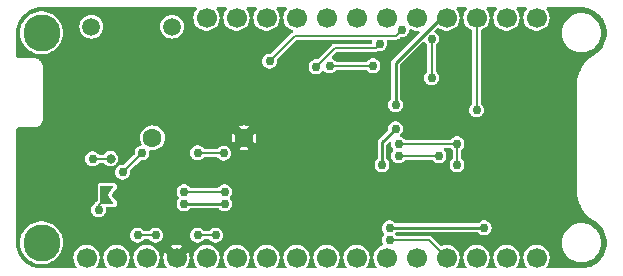
<source format=gbr>
%TF.GenerationSoftware,KiCad,Pcbnew,7.0.8*%
%TF.CreationDate,2023-11-01T10:58:51-04:00*%
%TF.ProjectId,destinationWeatherStation_v5,64657374-696e-4617-9469-6f6e57656174,01*%
%TF.SameCoordinates,Original*%
%TF.FileFunction,Copper,L2,Bot*%
%TF.FilePolarity,Positive*%
%FSLAX46Y46*%
G04 Gerber Fmt 4.6, Leading zero omitted, Abs format (unit mm)*
G04 Created by KiCad (PCBNEW 7.0.8) date 2023-11-01 10:58:51*
%MOMM*%
%LPD*%
G01*
G04 APERTURE LIST*
G04 Aperture macros list*
%AMFreePoly0*
4,1,6,1.000000,0.000000,0.500000,-0.750000,-0.500000,-0.750000,-0.500000,0.750000,0.500000,0.750000,1.000000,0.000000,1.000000,0.000000,$1*%
%AMFreePoly1*
4,1,6,0.500000,-0.750000,-0.650000,-0.750000,-0.150000,0.000000,-0.650000,0.750000,0.500000,0.750000,0.500000,-0.750000,0.500000,-0.750000,$1*%
G04 Aperture macros list end*
%TA.AperFunction,ComponentPad*%
%ADD10C,1.600000*%
%TD*%
%TA.AperFunction,ComponentPad*%
%ADD11C,3.140000*%
%TD*%
%TA.AperFunction,ComponentPad*%
%ADD12C,1.500000*%
%TD*%
%TA.AperFunction,ComponentPad*%
%ADD13C,1.700000*%
%TD*%
%TA.AperFunction,SMDPad,CuDef*%
%ADD14FreePoly0,180.000000*%
%TD*%
%TA.AperFunction,SMDPad,CuDef*%
%ADD15FreePoly1,180.000000*%
%TD*%
%TA.AperFunction,ViaPad*%
%ADD16C,0.750000*%
%TD*%
%TA.AperFunction,ViaPad*%
%ADD17C,1.000000*%
%TD*%
%TA.AperFunction,ViaPad*%
%ADD18C,0.800000*%
%TD*%
%TA.AperFunction,Conductor*%
%ADD19C,0.250000*%
%TD*%
%TA.AperFunction,Conductor*%
%ADD20C,0.200000*%
%TD*%
G04 APERTURE END LIST*
D10*
%TO.P,BT1,1,+*%
%TO.N,/VBAT*%
X126235000Y-107950000D03*
%TO.P,BT1,2,-*%
%TO.N,GND*%
X133985000Y-107950000D03*
%TD*%
D11*
%TO.P,H1,*%
%TO.N,*%
X116840000Y-99060000D03*
%TD*%
D12*
%TO.P,SW1,*%
%TO.N,*%
X127890000Y-98552000D03*
X121060000Y-98552000D03*
%TD*%
D11*
%TO.P,H2,*%
%TO.N,*%
X116840000Y-116840000D03*
%TD*%
D13*
%TO.P,J2,17,Pin_17*%
%TO.N,/SDA*%
X158750000Y-97790000D03*
%TO.P,J2,18,Pin_18*%
%TO.N,/SCL*%
X156210000Y-97790000D03*
%TO.P,J2,19,Pin_19*%
%TO.N,/CS_SD*%
X153670000Y-97790000D03*
%TO.P,J2,20,Pin_20*%
%TO.N,/CD*%
X151130000Y-97790000D03*
%TO.P,J2,21,Pin_21*%
%TO.N,/LPS_INT*%
X148590000Y-97790000D03*
%TO.P,J2,22,Pin_22*%
%TO.N,/NP_DIN*%
X146050000Y-97790000D03*
%TO.P,J2,23,3*%
%TO.N,/D11*%
X143510000Y-97790000D03*
%TO.P,J2,24,Pin_24*%
%TO.N,/D12*%
X140970000Y-97790000D03*
%TO.P,J2,25,Pin_25*%
%TO.N,/D13*%
X138430000Y-97790000D03*
%TO.P,J2,26,Pin_26*%
%TO.N,/USB*%
X135890000Y-97790000D03*
%TO.P,J2,27,Pin_27*%
%TO.N,/EN*%
X133350000Y-97790000D03*
%TO.P,J2,28,Pin_28*%
%TO.N,/BAT*%
X130810000Y-97790000D03*
%TD*%
D14*
%TO.P,JP1,1,A*%
%TO.N,GND*%
X123788000Y-112776000D03*
D15*
%TO.P,JP1,2,B*%
%TO.N,Net-(JP1-B)*%
X122338000Y-112776000D03*
%TD*%
D13*
%TO.P,J1,1,Pin_1*%
%TO.N,/RST*%
X120650000Y-118110000D03*
%TO.P,J1,2,Pin_2*%
%TO.N,+3V3*%
X123190000Y-118110000D03*
%TO.P,J1,3,Pin_3*%
X125730000Y-118110000D03*
%TO.P,J1,4,Pin_4*%
%TO.N,GND*%
X128270000Y-118110000D03*
%TO.P,J1,5,Pin_5*%
%TO.N,/VIN*%
X130810000Y-118110000D03*
%TO.P,J1,6,Pin_6*%
%TO.N,/A1*%
X133350000Y-118110000D03*
%TO.P,J1,7,Pin_7*%
%TO.N,/A2*%
X135890000Y-118110000D03*
%TO.P,J1,8,Pin_8*%
%TO.N,/A3*%
X138430000Y-118110000D03*
%TO.P,J1,9,Pin_9*%
%TO.N,/A4*%
X140970000Y-118110000D03*
%TO.P,J1,10,Pin_10*%
%TO.N,/A5*%
X143510000Y-118110000D03*
%TO.P,J1,11,Pin_11*%
%TO.N,/SCK*%
X146050000Y-118110000D03*
%TO.P,J1,12,Pin_12*%
%TO.N,/MOSI*%
X148590000Y-118110000D03*
%TO.P,J1,13,Pin_13*%
%TO.N,/MISO*%
X151130000Y-118110000D03*
%TO.P,J1,14,Pin_14*%
%TO.N,/RX*%
X153670000Y-118110000D03*
%TO.P,J1,15,Pin_15*%
%TO.N,/TX*%
X156210000Y-118110000D03*
%TO.P,J1,16,Pin_16*%
%TO.N,/DBG*%
X158750000Y-118110000D03*
%TD*%
D16*
%TO.N,+3V3*%
X149860000Y-102870000D03*
X149860000Y-99568000D03*
X128905000Y-113538000D03*
X132334000Y-113538000D03*
%TO.N,GND*%
X140716000Y-107950000D03*
X159639000Y-113030000D03*
X118364000Y-109093000D03*
X121078500Y-112236944D03*
X157861000Y-111506000D03*
X159766000Y-102743000D03*
X124206000Y-114312948D03*
X119126000Y-101219000D03*
X120269000Y-100076000D03*
D17*
X122174000Y-103759000D03*
D16*
X118999000Y-108077000D03*
X145161000Y-115697000D03*
X159766000Y-100076000D03*
X153670000Y-111633000D03*
X133985000Y-101219000D03*
X133985000Y-114554000D03*
X124206000Y-107569000D03*
X139133600Y-99988500D03*
X125095000Y-114808000D03*
X157861000Y-113030000D03*
X144907000Y-110998000D03*
X117602000Y-107188000D03*
%TO.N,/SCK*%
X147066000Y-109474000D03*
X150495000Y-109474000D03*
%TO.N,/MOSI*%
X152019000Y-108458000D03*
X147066000Y-108458000D03*
X152019000Y-110236000D03*
%TO.N,/MISO*%
X146304000Y-116586000D03*
%TO.N,/CS_SD*%
X153670000Y-105605000D03*
%TO.N,/DAT1*%
X154310000Y-115575000D03*
X146304000Y-115570000D03*
%TO.N,/CD*%
X146812000Y-105156000D03*
X146812000Y-107188000D03*
X145669000Y-110236000D03*
D18*
%TO.N,/SDA*%
X122682000Y-109728000D03*
D16*
X121158000Y-109728000D03*
X144907000Y-101854000D03*
X128905000Y-112522000D03*
X132334000Y-112522000D03*
X141224000Y-101854000D03*
%TO.N,/SCL*%
X132271085Y-109259581D03*
X145460172Y-99988500D03*
X123698000Y-110871000D03*
X130060500Y-109220000D03*
X140081000Y-101941500D03*
X125349000Y-109220000D03*
%TO.N,Net-(JP1-B)*%
X121666000Y-114046000D03*
%TO.N,/LPS_INT*%
X131572000Y-116205000D03*
X136144000Y-101473000D03*
X126492000Y-116205000D03*
X130048000Y-116205000D03*
X124968000Y-116205000D03*
X147320000Y-98806000D03*
%TD*%
D19*
%TO.N,+3V3*%
X128905000Y-113538000D02*
X132334000Y-113538000D01*
D20*
X149860000Y-102870000D02*
X149860000Y-99568000D01*
%TO.N,/SCK*%
X147066000Y-109474000D02*
X150495000Y-109474000D01*
%TO.N,/MOSI*%
X152019000Y-108458000D02*
X152019000Y-110236000D01*
X152019000Y-108458000D02*
X147066000Y-108458000D01*
%TO.N,/MISO*%
X146304000Y-116586000D02*
X149606000Y-116586000D01*
X149606000Y-116586000D02*
X151130000Y-118110000D01*
%TO.N,/CS_SD*%
X153670000Y-105605000D02*
X153670000Y-97790000D01*
D19*
%TO.N,/DAT1*%
X154305000Y-115570000D02*
X154310000Y-115575000D01*
X146304000Y-115570000D02*
X154305000Y-115570000D01*
%TO.N,/CD*%
X146812000Y-105156000D02*
X146812000Y-101626050D01*
X146812000Y-101626050D02*
X150648050Y-97790000D01*
X145669000Y-108331000D02*
X146812000Y-107188000D01*
X150648050Y-97790000D02*
X151130000Y-97790000D01*
X145669000Y-110236000D02*
X145669000Y-108331000D01*
D20*
%TO.N,/SDA*%
X121158000Y-109728000D02*
X122682000Y-109728000D01*
X144907000Y-101854000D02*
X141224000Y-101854000D01*
X132334000Y-112522000D02*
X128905000Y-112522000D01*
%TO.N,/SCL*%
X145118672Y-100330000D02*
X141692500Y-100330000D01*
X132231504Y-109220000D02*
X130060500Y-109220000D01*
X145460172Y-99988500D02*
X145118672Y-100330000D01*
X123698000Y-110871000D02*
X125349000Y-109220000D01*
X141692500Y-100330000D02*
X140081000Y-101941500D01*
X132271085Y-109259581D02*
X132231504Y-109220000D01*
%TO.N,Net-(JP1-B)*%
X121666000Y-114046000D02*
X121666000Y-113665000D01*
X122338000Y-112993000D02*
X122338000Y-112776000D01*
X121666000Y-113665000D02*
X122338000Y-112993000D01*
%TO.N,/LPS_INT*%
X131572000Y-116205000D02*
X130048000Y-116205000D01*
X146812000Y-99314000D02*
X138303000Y-99314000D01*
X126492000Y-116205000D02*
X124968000Y-116205000D01*
X147320000Y-98806000D02*
X146812000Y-99314000D01*
X138303000Y-99314000D02*
X136144000Y-101473000D01*
%TD*%
%TA.AperFunction,Conductor*%
%TO.N,GND*%
G36*
X129919934Y-96921185D02*
G01*
X129965689Y-96973989D01*
X129975633Y-97043147D01*
X129951849Y-97100225D01*
X129918448Y-97144455D01*
X129870327Y-97208178D01*
X129779422Y-97390739D01*
X129779417Y-97390752D01*
X129723602Y-97586917D01*
X129704785Y-97789999D01*
X129704785Y-97790000D01*
X129723602Y-97993082D01*
X129779417Y-98189247D01*
X129779422Y-98189260D01*
X129870327Y-98371821D01*
X129993237Y-98534581D01*
X130143958Y-98671980D01*
X130143960Y-98671982D01*
X130199126Y-98706139D01*
X130317363Y-98779348D01*
X130507544Y-98853024D01*
X130708024Y-98890500D01*
X130708026Y-98890500D01*
X130911974Y-98890500D01*
X130911976Y-98890500D01*
X131112456Y-98853024D01*
X131302637Y-98779348D01*
X131476041Y-98671981D01*
X131626764Y-98534579D01*
X131749673Y-98371821D01*
X131840582Y-98189250D01*
X131896397Y-97993083D01*
X131915215Y-97790000D01*
X131896397Y-97586917D01*
X131840582Y-97390750D01*
X131828630Y-97366748D01*
X131786257Y-97281651D01*
X131749673Y-97208179D01*
X131668150Y-97100225D01*
X131643459Y-97034866D01*
X131658024Y-96966531D01*
X131707221Y-96916919D01*
X131767105Y-96901500D01*
X132392895Y-96901500D01*
X132459934Y-96921185D01*
X132505689Y-96973989D01*
X132515633Y-97043147D01*
X132491849Y-97100225D01*
X132458448Y-97144455D01*
X132410327Y-97208178D01*
X132319422Y-97390739D01*
X132319417Y-97390752D01*
X132263602Y-97586917D01*
X132244785Y-97789999D01*
X132244785Y-97790000D01*
X132263602Y-97993082D01*
X132319417Y-98189247D01*
X132319422Y-98189260D01*
X132410327Y-98371821D01*
X132533237Y-98534581D01*
X132683958Y-98671980D01*
X132683960Y-98671982D01*
X132739126Y-98706139D01*
X132857363Y-98779348D01*
X133047544Y-98853024D01*
X133248024Y-98890500D01*
X133248026Y-98890500D01*
X133451974Y-98890500D01*
X133451976Y-98890500D01*
X133652456Y-98853024D01*
X133842637Y-98779348D01*
X134016041Y-98671981D01*
X134166764Y-98534579D01*
X134289673Y-98371821D01*
X134380582Y-98189250D01*
X134436397Y-97993083D01*
X134455215Y-97790000D01*
X134436397Y-97586917D01*
X134380582Y-97390750D01*
X134368630Y-97366748D01*
X134326257Y-97281651D01*
X134289673Y-97208179D01*
X134208150Y-97100225D01*
X134183459Y-97034866D01*
X134198024Y-96966531D01*
X134247221Y-96916919D01*
X134307105Y-96901500D01*
X134932895Y-96901500D01*
X134999934Y-96921185D01*
X135045689Y-96973989D01*
X135055633Y-97043147D01*
X135031849Y-97100225D01*
X134998448Y-97144455D01*
X134950327Y-97208178D01*
X134859422Y-97390739D01*
X134859417Y-97390752D01*
X134803602Y-97586917D01*
X134784785Y-97789999D01*
X134784785Y-97790000D01*
X134803602Y-97993082D01*
X134859417Y-98189247D01*
X134859422Y-98189260D01*
X134950327Y-98371821D01*
X135073237Y-98534581D01*
X135223958Y-98671980D01*
X135223960Y-98671982D01*
X135279126Y-98706139D01*
X135397363Y-98779348D01*
X135587544Y-98853024D01*
X135788024Y-98890500D01*
X135788026Y-98890500D01*
X135991974Y-98890500D01*
X135991976Y-98890500D01*
X136192456Y-98853024D01*
X136382637Y-98779348D01*
X136556041Y-98671981D01*
X136706764Y-98534579D01*
X136829673Y-98371821D01*
X136920582Y-98189250D01*
X136976397Y-97993083D01*
X136995215Y-97790000D01*
X136976397Y-97586917D01*
X136920582Y-97390750D01*
X136908630Y-97366748D01*
X136866257Y-97281651D01*
X136829673Y-97208179D01*
X136748150Y-97100225D01*
X136723459Y-97034866D01*
X136738024Y-96966531D01*
X136787221Y-96916919D01*
X136847105Y-96901500D01*
X137472895Y-96901500D01*
X137539934Y-96921185D01*
X137585689Y-96973989D01*
X137595633Y-97043147D01*
X137571849Y-97100225D01*
X137538448Y-97144455D01*
X137490327Y-97208178D01*
X137399422Y-97390739D01*
X137399417Y-97390752D01*
X137343602Y-97586917D01*
X137324785Y-97789999D01*
X137324785Y-97790000D01*
X137343602Y-97993082D01*
X137399417Y-98189247D01*
X137399422Y-98189260D01*
X137490327Y-98371821D01*
X137613237Y-98534581D01*
X137763958Y-98671980D01*
X137763960Y-98671982D01*
X137819126Y-98706139D01*
X137937363Y-98779348D01*
X138049780Y-98822898D01*
X138105181Y-98865471D01*
X138128772Y-98931238D01*
X138113061Y-98999318D01*
X138090788Y-99025186D01*
X138091699Y-99026025D01*
X138050042Y-99071275D01*
X136310136Y-100811181D01*
X136248813Y-100844666D01*
X136222455Y-100847500D01*
X136068050Y-100847500D01*
X135920567Y-100883851D01*
X135786067Y-100954442D01*
X135763268Y-100974640D01*
X135673766Y-101053932D01*
X135672367Y-101055171D01*
X135586080Y-101180179D01*
X135586079Y-101180180D01*
X135532215Y-101322208D01*
X135524891Y-101382527D01*
X135513906Y-101473000D01*
X135532215Y-101623791D01*
X135586079Y-101765819D01*
X135672368Y-101890830D01*
X135786066Y-101991557D01*
X135920566Y-102062148D01*
X135994308Y-102080324D01*
X136068050Y-102098500D01*
X136068051Y-102098500D01*
X136219950Y-102098500D01*
X136269110Y-102086382D01*
X136367434Y-102062148D01*
X136501934Y-101991557D01*
X136615632Y-101890830D01*
X136701921Y-101765819D01*
X136755785Y-101623791D01*
X136774094Y-101473000D01*
X136766817Y-101413074D01*
X136778277Y-101344153D01*
X136802229Y-101310451D01*
X138411863Y-99700819D01*
X138473186Y-99667334D01*
X138499544Y-99664500D01*
X144734431Y-99664500D01*
X144801470Y-99684185D01*
X144847225Y-99736989D01*
X144857169Y-99806147D01*
X144850374Y-99832469D01*
X144848386Y-99837708D01*
X144844412Y-99870446D01*
X144816790Y-99934624D01*
X144758856Y-99973681D01*
X144721316Y-99979500D01*
X141741706Y-99979500D01*
X141716261Y-99976861D01*
X141707185Y-99974958D01*
X141707182Y-99974958D01*
X141674568Y-99979023D01*
X141666892Y-99979500D01*
X141663460Y-99979500D01*
X141649119Y-99981892D01*
X141641948Y-99983089D01*
X141625121Y-99985186D01*
X141591107Y-99989427D01*
X141591106Y-99989427D01*
X141591101Y-99989428D01*
X141584075Y-99991519D01*
X141577123Y-99993906D01*
X141532055Y-100018295D01*
X141486012Y-100040803D01*
X141480066Y-100045048D01*
X141474242Y-100049581D01*
X141439542Y-100087275D01*
X140247136Y-101279681D01*
X140185813Y-101313166D01*
X140159455Y-101316000D01*
X140005050Y-101316000D01*
X139857567Y-101352351D01*
X139723067Y-101422942D01*
X139609367Y-101523671D01*
X139523080Y-101648679D01*
X139523079Y-101648680D01*
X139472675Y-101781587D01*
X139469215Y-101790709D01*
X139450906Y-101941500D01*
X139469215Y-102092291D01*
X139523079Y-102234319D01*
X139609368Y-102359330D01*
X139723066Y-102460057D01*
X139857566Y-102530648D01*
X139931308Y-102548824D01*
X140005050Y-102567000D01*
X140005051Y-102567000D01*
X140156950Y-102567000D01*
X140206110Y-102554882D01*
X140304434Y-102530648D01*
X140438934Y-102460057D01*
X140552632Y-102359330D01*
X140586393Y-102310417D01*
X140640674Y-102266429D01*
X140710122Y-102258769D01*
X140770668Y-102288042D01*
X140866066Y-102372557D01*
X141000566Y-102443148D01*
X141069168Y-102460057D01*
X141148050Y-102479500D01*
X141148051Y-102479500D01*
X141299950Y-102479500D01*
X141349110Y-102467382D01*
X141447434Y-102443148D01*
X141581934Y-102372557D01*
X141695632Y-102271830D01*
X141699877Y-102265679D01*
X141705138Y-102258059D01*
X141759421Y-102214069D01*
X141807187Y-102204500D01*
X144323813Y-102204500D01*
X144390852Y-102224185D01*
X144425862Y-102258059D01*
X144435366Y-102271828D01*
X144435367Y-102271829D01*
X144435368Y-102271830D01*
X144549066Y-102372557D01*
X144683566Y-102443148D01*
X144752168Y-102460057D01*
X144831050Y-102479500D01*
X144831051Y-102479500D01*
X144982950Y-102479500D01*
X145032110Y-102467382D01*
X145130434Y-102443148D01*
X145264934Y-102372557D01*
X145378632Y-102271830D01*
X145464921Y-102146819D01*
X145518785Y-102004791D01*
X145537094Y-101854000D01*
X145518785Y-101703209D01*
X145464921Y-101561181D01*
X145378632Y-101436170D01*
X145264934Y-101335443D01*
X145130434Y-101264852D01*
X145130433Y-101264851D01*
X145130432Y-101264851D01*
X144982950Y-101228500D01*
X144982949Y-101228500D01*
X144831051Y-101228500D01*
X144831050Y-101228500D01*
X144683567Y-101264851D01*
X144549067Y-101335442D01*
X144435366Y-101436171D01*
X144425862Y-101449941D01*
X144371579Y-101493931D01*
X144323813Y-101503500D01*
X141807187Y-101503500D01*
X141740148Y-101483815D01*
X141705138Y-101449941D01*
X141695633Y-101436171D01*
X141695632Y-101436170D01*
X141581934Y-101335443D01*
X141469354Y-101276357D01*
X141419144Y-101227773D01*
X141403169Y-101159754D01*
X141426504Y-101093896D01*
X141439295Y-101078886D01*
X141801363Y-100716819D01*
X141862686Y-100683334D01*
X141889044Y-100680500D01*
X145069461Y-100680500D01*
X145094906Y-100683138D01*
X145103987Y-100685043D01*
X145119677Y-100683087D01*
X145136611Y-100680977D01*
X145144287Y-100680500D01*
X145147707Y-100680500D01*
X145147712Y-100680500D01*
X145151280Y-100679904D01*
X145169211Y-100676913D01*
X145196630Y-100673494D01*
X145220065Y-100670573D01*
X145220074Y-100670568D01*
X145227123Y-100668470D01*
X145234049Y-100666092D01*
X145234053Y-100666092D01*
X145279116Y-100641704D01*
X145291752Y-100635527D01*
X145312455Y-100625407D01*
X145376722Y-100614436D01*
X145376722Y-100614000D01*
X145379278Y-100614000D01*
X145381328Y-100613650D01*
X145381857Y-100613713D01*
X145384221Y-100614000D01*
X145384223Y-100614000D01*
X145536122Y-100614000D01*
X145585282Y-100601882D01*
X145683606Y-100577648D01*
X145818106Y-100507057D01*
X145931804Y-100406330D01*
X146018093Y-100281319D01*
X146071957Y-100139291D01*
X146090266Y-99988500D01*
X146071957Y-99837709D01*
X146069970Y-99832469D01*
X146064604Y-99762806D01*
X146097753Y-99701300D01*
X146158891Y-99667480D01*
X146185913Y-99664500D01*
X146762789Y-99664500D01*
X146788234Y-99667138D01*
X146797315Y-99669043D01*
X146813005Y-99667087D01*
X146829939Y-99664977D01*
X146837615Y-99664500D01*
X146841035Y-99664500D01*
X146841040Y-99664500D01*
X146844608Y-99663904D01*
X146862539Y-99660913D01*
X146889958Y-99657494D01*
X146913393Y-99654573D01*
X146913402Y-99654568D01*
X146920451Y-99652470D01*
X146927377Y-99650092D01*
X146927381Y-99650092D01*
X146972444Y-99625704D01*
X147018484Y-99603198D01*
X147018487Y-99603194D01*
X147024453Y-99598935D01*
X147030254Y-99594419D01*
X147030258Y-99594418D01*
X147064957Y-99556724D01*
X147153862Y-99467819D01*
X147215185Y-99434334D01*
X147241543Y-99431500D01*
X147395950Y-99431500D01*
X147445110Y-99419382D01*
X147543434Y-99395148D01*
X147677934Y-99324557D01*
X147791632Y-99223830D01*
X147877921Y-99098819D01*
X147931785Y-98956791D01*
X147940583Y-98884330D01*
X147968203Y-98820155D01*
X148026136Y-98781098D01*
X148095989Y-98779562D01*
X148108461Y-98783647D01*
X148287544Y-98853024D01*
X148488024Y-98890500D01*
X148488026Y-98890500D01*
X148691974Y-98890500D01*
X148691976Y-98890500D01*
X148697500Y-98889467D01*
X148767014Y-98896491D01*
X148821697Y-98939983D01*
X148844185Y-99006134D01*
X148827340Y-99073943D01*
X148807976Y-99099034D01*
X146583108Y-101323902D01*
X146563254Y-101340026D01*
X146554165Y-101345964D01*
X146554164Y-101345965D01*
X146532363Y-101373973D01*
X146527286Y-101379724D01*
X146524484Y-101382527D01*
X146524474Y-101382538D01*
X146510905Y-101401545D01*
X146477192Y-101444858D01*
X146473447Y-101451779D01*
X146469988Y-101458854D01*
X146454329Y-101511453D01*
X146436500Y-101563388D01*
X146435206Y-101571142D01*
X146434231Y-101578961D01*
X146436500Y-101633805D01*
X146436500Y-104597196D01*
X146416815Y-104664235D01*
X146394728Y-104690011D01*
X146340367Y-104738170D01*
X146254080Y-104863179D01*
X146254079Y-104863180D01*
X146200215Y-105005208D01*
X146193845Y-105057673D01*
X146181906Y-105156000D01*
X146200215Y-105306791D01*
X146254079Y-105448819D01*
X146340368Y-105573830D01*
X146454066Y-105674557D01*
X146588566Y-105745148D01*
X146662308Y-105763324D01*
X146736050Y-105781500D01*
X146736051Y-105781500D01*
X146887950Y-105781500D01*
X146937110Y-105769382D01*
X147035434Y-105745148D01*
X147169934Y-105674557D01*
X147283632Y-105573830D01*
X147369921Y-105448819D01*
X147423785Y-105306791D01*
X147442094Y-105156000D01*
X147423785Y-105005209D01*
X147369921Y-104863181D01*
X147283632Y-104738170D01*
X147229272Y-104690011D01*
X147192146Y-104630821D01*
X147187500Y-104597196D01*
X147187500Y-101832949D01*
X147207185Y-101765910D01*
X147223819Y-101745268D01*
X148157906Y-100811181D01*
X149117724Y-99851362D01*
X149179045Y-99817879D01*
X149248737Y-99822863D01*
X149304670Y-99864735D01*
X149307453Y-99868605D01*
X149388368Y-99985830D01*
X149467727Y-100056136D01*
X149504854Y-100115325D01*
X149509500Y-100148951D01*
X149509500Y-102289048D01*
X149489815Y-102356087D01*
X149467728Y-102381863D01*
X149388367Y-102452170D01*
X149302080Y-102577179D01*
X149302079Y-102577180D01*
X149248215Y-102719208D01*
X149240374Y-102783783D01*
X149229906Y-102870000D01*
X149248215Y-103020791D01*
X149302079Y-103162819D01*
X149388368Y-103287830D01*
X149502066Y-103388557D01*
X149636566Y-103459148D01*
X149710308Y-103477324D01*
X149784050Y-103495500D01*
X149784051Y-103495500D01*
X149935950Y-103495500D01*
X149985110Y-103483382D01*
X150083434Y-103459148D01*
X150217934Y-103388557D01*
X150331632Y-103287830D01*
X150417921Y-103162819D01*
X150471785Y-103020791D01*
X150490094Y-102870000D01*
X150471785Y-102719209D01*
X150417921Y-102577181D01*
X150331632Y-102452170D01*
X150285987Y-102411732D01*
X150252272Y-102381863D01*
X150215146Y-102322673D01*
X150210500Y-102289048D01*
X150210500Y-100148951D01*
X150230185Y-100081912D01*
X150252271Y-100056137D01*
X150331632Y-99985830D01*
X150417921Y-99860819D01*
X150471785Y-99718791D01*
X150490094Y-99568000D01*
X150471785Y-99417209D01*
X150417921Y-99275181D01*
X150331632Y-99150170D01*
X150217934Y-99049443D01*
X150171528Y-99025087D01*
X150121317Y-98976505D01*
X150105342Y-98908486D01*
X150128676Y-98842628D01*
X150141468Y-98827617D01*
X150292955Y-98676130D01*
X150354276Y-98642647D01*
X150423968Y-98647631D01*
X150459010Y-98669023D01*
X150459385Y-98668527D01*
X150463960Y-98671982D01*
X150519126Y-98706139D01*
X150637363Y-98779348D01*
X150827544Y-98853024D01*
X151028024Y-98890500D01*
X151028026Y-98890500D01*
X151231974Y-98890500D01*
X151231976Y-98890500D01*
X151432456Y-98853024D01*
X151622637Y-98779348D01*
X151796041Y-98671981D01*
X151946764Y-98534579D01*
X152069673Y-98371821D01*
X152160582Y-98189250D01*
X152216397Y-97993083D01*
X152235215Y-97790000D01*
X152216397Y-97586917D01*
X152160582Y-97390750D01*
X152148630Y-97366748D01*
X152106257Y-97281651D01*
X152069673Y-97208179D01*
X151988150Y-97100225D01*
X151963459Y-97034866D01*
X151978024Y-96966531D01*
X152027221Y-96916919D01*
X152087105Y-96901500D01*
X152712895Y-96901500D01*
X152779934Y-96921185D01*
X152825689Y-96973989D01*
X152835633Y-97043147D01*
X152811849Y-97100225D01*
X152778448Y-97144455D01*
X152730327Y-97208178D01*
X152639422Y-97390739D01*
X152639417Y-97390752D01*
X152583602Y-97586917D01*
X152564785Y-97789999D01*
X152564785Y-97790000D01*
X152583602Y-97993082D01*
X152639417Y-98189247D01*
X152639422Y-98189260D01*
X152730327Y-98371821D01*
X152853237Y-98534581D01*
X153003958Y-98671980D01*
X153003960Y-98671982D01*
X153059126Y-98706139D01*
X153177363Y-98779348D01*
X153177368Y-98779349D01*
X153177370Y-98779351D01*
X153207801Y-98791139D01*
X153240292Y-98803726D01*
X153295694Y-98846298D01*
X153319286Y-98912064D01*
X153319500Y-98919353D01*
X153319500Y-105024048D01*
X153299815Y-105091087D01*
X153277728Y-105116863D01*
X153198367Y-105187170D01*
X153112080Y-105312179D01*
X153112079Y-105312180D01*
X153060259Y-105448820D01*
X153058215Y-105454209D01*
X153039906Y-105605000D01*
X153058215Y-105755791D01*
X153112079Y-105897819D01*
X153198368Y-106022830D01*
X153312066Y-106123557D01*
X153446566Y-106194148D01*
X153520308Y-106212324D01*
X153594050Y-106230500D01*
X153594051Y-106230500D01*
X153745950Y-106230500D01*
X153795110Y-106218382D01*
X153893434Y-106194148D01*
X154027934Y-106123557D01*
X154141632Y-106022830D01*
X154227921Y-105897819D01*
X154281785Y-105755791D01*
X154300094Y-105605000D01*
X154281785Y-105454209D01*
X154227921Y-105312181D01*
X154141632Y-105187170D01*
X154106448Y-105156000D01*
X154062272Y-105116863D01*
X154025146Y-105057673D01*
X154020500Y-105024048D01*
X154020500Y-99060000D01*
X160903393Y-99060000D01*
X160923789Y-99319153D01*
X160984472Y-99571919D01*
X161083951Y-99812084D01*
X161219773Y-100033723D01*
X161219774Y-100033726D01*
X161266470Y-100088400D01*
X161388602Y-100231398D01*
X161541616Y-100362084D01*
X161586273Y-100400225D01*
X161586276Y-100400226D01*
X161807915Y-100536048D01*
X161908347Y-100577648D01*
X162048080Y-100635527D01*
X162300850Y-100696211D01*
X162471234Y-100709620D01*
X162495108Y-100711500D01*
X162495111Y-100711500D01*
X162624892Y-100711500D01*
X162647825Y-100709694D01*
X162819150Y-100696211D01*
X163071920Y-100635527D01*
X163312084Y-100536048D01*
X163533729Y-100400223D01*
X163731398Y-100231398D01*
X163900223Y-100033729D01*
X164036048Y-99812084D01*
X164135527Y-99571920D01*
X164196211Y-99319150D01*
X164216607Y-99060000D01*
X164196211Y-98800850D01*
X164135527Y-98548080D01*
X164071855Y-98394361D01*
X164036048Y-98307915D01*
X163900226Y-98086276D01*
X163900225Y-98086273D01*
X163820961Y-97993467D01*
X163731398Y-97888602D01*
X163600710Y-97776984D01*
X163533726Y-97719774D01*
X163533723Y-97719773D01*
X163312084Y-97583951D01*
X163071919Y-97484472D01*
X162887169Y-97440118D01*
X162819150Y-97423789D01*
X162670759Y-97412110D01*
X162624892Y-97408500D01*
X162624889Y-97408500D01*
X162495111Y-97408500D01*
X162495108Y-97408500D01*
X162445322Y-97412418D01*
X162300850Y-97423789D01*
X162300846Y-97423790D01*
X162048080Y-97484472D01*
X161807915Y-97583951D01*
X161586276Y-97719773D01*
X161586273Y-97719774D01*
X161388602Y-97888602D01*
X161219774Y-98086273D01*
X161219773Y-98086276D01*
X161083951Y-98307915D01*
X160984472Y-98548080D01*
X160923789Y-98800846D01*
X160903393Y-99060000D01*
X154020500Y-99060000D01*
X154020500Y-98919353D01*
X154040185Y-98852314D01*
X154092989Y-98806559D01*
X154099699Y-98803729D01*
X154162637Y-98779348D01*
X154336041Y-98671981D01*
X154486764Y-98534579D01*
X154609673Y-98371821D01*
X154700582Y-98189250D01*
X154756397Y-97993083D01*
X154775215Y-97790000D01*
X154756397Y-97586917D01*
X154700582Y-97390750D01*
X154688630Y-97366748D01*
X154646257Y-97281651D01*
X154609673Y-97208179D01*
X154528150Y-97100225D01*
X154503459Y-97034866D01*
X154518024Y-96966531D01*
X154567221Y-96916919D01*
X154627105Y-96901500D01*
X155252895Y-96901500D01*
X155319934Y-96921185D01*
X155365689Y-96973989D01*
X155375633Y-97043147D01*
X155351849Y-97100225D01*
X155318448Y-97144455D01*
X155270327Y-97208178D01*
X155179422Y-97390739D01*
X155179417Y-97390752D01*
X155123602Y-97586917D01*
X155104785Y-97789999D01*
X155104785Y-97790000D01*
X155123602Y-97993082D01*
X155179417Y-98189247D01*
X155179422Y-98189260D01*
X155270327Y-98371821D01*
X155393237Y-98534581D01*
X155543958Y-98671980D01*
X155543960Y-98671982D01*
X155599126Y-98706139D01*
X155717363Y-98779348D01*
X155907544Y-98853024D01*
X156108024Y-98890500D01*
X156108026Y-98890500D01*
X156311974Y-98890500D01*
X156311976Y-98890500D01*
X156512456Y-98853024D01*
X156702637Y-98779348D01*
X156876041Y-98671981D01*
X157026764Y-98534579D01*
X157149673Y-98371821D01*
X157240582Y-98189250D01*
X157296397Y-97993083D01*
X157315215Y-97790000D01*
X157296397Y-97586917D01*
X157240582Y-97390750D01*
X157228630Y-97366748D01*
X157186257Y-97281651D01*
X157149673Y-97208179D01*
X157068150Y-97100225D01*
X157043459Y-97034866D01*
X157058024Y-96966531D01*
X157107221Y-96916919D01*
X157167105Y-96901500D01*
X157792895Y-96901500D01*
X157859934Y-96921185D01*
X157905689Y-96973989D01*
X157915633Y-97043147D01*
X157891849Y-97100225D01*
X157858448Y-97144455D01*
X157810327Y-97208178D01*
X157719422Y-97390739D01*
X157719417Y-97390752D01*
X157663602Y-97586917D01*
X157644785Y-97789999D01*
X157644785Y-97790000D01*
X157663602Y-97993082D01*
X157719417Y-98189247D01*
X157719422Y-98189260D01*
X157810327Y-98371821D01*
X157933237Y-98534581D01*
X158083958Y-98671980D01*
X158083960Y-98671982D01*
X158139126Y-98706139D01*
X158257363Y-98779348D01*
X158447544Y-98853024D01*
X158648024Y-98890500D01*
X158648026Y-98890500D01*
X158851974Y-98890500D01*
X158851976Y-98890500D01*
X159052456Y-98853024D01*
X159242637Y-98779348D01*
X159416041Y-98671981D01*
X159566764Y-98534579D01*
X159689673Y-98371821D01*
X159780582Y-98189250D01*
X159836397Y-97993083D01*
X159855215Y-97790000D01*
X159836397Y-97586917D01*
X159780582Y-97390750D01*
X159768630Y-97366748D01*
X159726257Y-97281651D01*
X159689673Y-97208179D01*
X159608150Y-97100225D01*
X159583459Y-97034866D01*
X159598024Y-96966531D01*
X159647221Y-96916919D01*
X159707105Y-96901500D01*
X162505149Y-96901500D01*
X162558122Y-96901500D01*
X162561866Y-96901613D01*
X162622372Y-96905272D01*
X162816438Y-96917011D01*
X162823871Y-96917915D01*
X162872748Y-96926871D01*
X163072889Y-96963548D01*
X163080138Y-96965336D01*
X163321838Y-97040652D01*
X163328831Y-97043305D01*
X163455307Y-97100227D01*
X163559687Y-97147204D01*
X163566313Y-97150682D01*
X163634927Y-97192161D01*
X163782961Y-97281651D01*
X163789127Y-97285907D01*
X163988405Y-97442033D01*
X163993993Y-97446983D01*
X164173015Y-97626005D01*
X164177967Y-97631595D01*
X164247051Y-97719773D01*
X164334091Y-97830871D01*
X164338348Y-97837038D01*
X164469314Y-98053681D01*
X164472797Y-98060317D01*
X164576694Y-98291168D01*
X164579350Y-98298170D01*
X164649063Y-98521887D01*
X164654660Y-98539849D01*
X164656454Y-98547125D01*
X164702084Y-98796128D01*
X164702988Y-98803567D01*
X164718277Y-99056334D01*
X164718286Y-99063678D01*
X164704198Y-99306263D01*
X164703365Y-99313409D01*
X164661276Y-99552817D01*
X164659621Y-99559819D01*
X164590101Y-99792748D01*
X164587647Y-99799512D01*
X164491629Y-100022830D01*
X164488408Y-100029264D01*
X164367189Y-100239958D01*
X164363245Y-100245976D01*
X164218454Y-100441217D01*
X164213840Y-100446738D01*
X164047412Y-100623917D01*
X164042190Y-100628867D01*
X163856376Y-100785584D01*
X163850616Y-100789895D01*
X163646412Y-100925042D01*
X163643356Y-100926940D01*
X163593765Y-100955772D01*
X163593570Y-100955903D01*
X163507765Y-101005800D01*
X163507749Y-101005810D01*
X163252303Y-101194075D01*
X163018756Y-101408894D01*
X163018738Y-101408911D01*
X162809843Y-101647743D01*
X162809836Y-101647752D01*
X162809831Y-101647758D01*
X162809831Y-101647759D01*
X162794874Y-101669154D01*
X162628010Y-101907839D01*
X162475426Y-102186080D01*
X162353874Y-102479208D01*
X162264783Y-102783774D01*
X162264781Y-102783783D01*
X162209203Y-103096188D01*
X162209200Y-103096209D01*
X162187782Y-103412800D01*
X162187781Y-103412815D01*
X162193944Y-103563485D01*
X162193944Y-112336269D01*
X162187771Y-112487184D01*
X162187772Y-112487199D01*
X162209190Y-112803791D01*
X162209193Y-112803812D01*
X162264772Y-113116218D01*
X162264774Y-113116227D01*
X162264775Y-113116231D01*
X162278310Y-113162500D01*
X162343196Y-113384322D01*
X162353867Y-113420800D01*
X162368231Y-113455439D01*
X162475418Y-113713929D01*
X162628001Y-113992166D01*
X162771054Y-114196791D01*
X162809824Y-114252247D01*
X163018741Y-114491105D01*
X163252298Y-114705932D01*
X163507747Y-114894201D01*
X163530219Y-114907268D01*
X163593287Y-114943944D01*
X163593359Y-114943993D01*
X163643338Y-114973050D01*
X163646394Y-114974947D01*
X163662870Y-114985851D01*
X163850623Y-115110109D01*
X163856377Y-115114417D01*
X164042193Y-115271137D01*
X164047410Y-115276082D01*
X164186549Y-115424208D01*
X164213832Y-115453253D01*
X164218446Y-115458774D01*
X164363247Y-115654028D01*
X164367190Y-115660044D01*
X164473560Y-115844931D01*
X164488411Y-115870743D01*
X164491631Y-115877177D01*
X164587649Y-116100494D01*
X164590098Y-116107243D01*
X164659621Y-116340181D01*
X164661275Y-116347183D01*
X164703364Y-116586590D01*
X164704197Y-116593736D01*
X164718285Y-116836333D01*
X164718276Y-116843677D01*
X164702988Y-117096432D01*
X164702084Y-117103871D01*
X164656454Y-117352874D01*
X164654660Y-117360150D01*
X164579352Y-117601824D01*
X164576694Y-117608831D01*
X164472797Y-117839682D01*
X164469314Y-117846318D01*
X164338348Y-118062961D01*
X164334091Y-118069128D01*
X164216811Y-118218824D01*
X164178822Y-118267315D01*
X164177977Y-118268393D01*
X164173008Y-118274002D01*
X163994002Y-118453008D01*
X163988396Y-118457974D01*
X163965119Y-118476211D01*
X163789128Y-118614091D01*
X163782961Y-118618348D01*
X163566318Y-118749314D01*
X163559682Y-118752797D01*
X163328831Y-118856694D01*
X163321824Y-118859352D01*
X163080150Y-118934660D01*
X163072874Y-118936454D01*
X162823871Y-118982084D01*
X162816432Y-118982988D01*
X162561867Y-118998387D01*
X162558122Y-118998500D01*
X159707105Y-118998500D01*
X159640066Y-118978815D01*
X159594311Y-118926011D01*
X159584367Y-118856853D01*
X159608150Y-118799774D01*
X159689673Y-118691821D01*
X159780582Y-118509250D01*
X159836397Y-118313083D01*
X159855215Y-118110000D01*
X159851153Y-118066168D01*
X159836397Y-117906917D01*
X159825438Y-117868400D01*
X159780582Y-117710750D01*
X159769313Y-117688119D01*
X159704076Y-117557104D01*
X159689673Y-117528179D01*
X159566764Y-117365421D01*
X159566762Y-117365418D01*
X159416041Y-117228019D01*
X159416039Y-117228017D01*
X159242642Y-117120655D01*
X159242635Y-117120651D01*
X159098734Y-117064904D01*
X159052456Y-117046976D01*
X158851976Y-117009500D01*
X158648024Y-117009500D01*
X158447544Y-117046976D01*
X158447541Y-117046976D01*
X158447541Y-117046977D01*
X158257364Y-117120651D01*
X158257357Y-117120655D01*
X158083960Y-117228017D01*
X158083958Y-117228019D01*
X157933237Y-117365418D01*
X157810327Y-117528178D01*
X157719422Y-117710739D01*
X157719417Y-117710752D01*
X157663602Y-117906917D01*
X157644785Y-118109999D01*
X157644785Y-118110000D01*
X157663602Y-118313082D01*
X157719417Y-118509247D01*
X157719422Y-118509260D01*
X157794731Y-118660500D01*
X157810327Y-118691821D01*
X157891849Y-118799774D01*
X157916541Y-118865134D01*
X157901976Y-118933469D01*
X157852779Y-118983081D01*
X157792895Y-118998500D01*
X157167105Y-118998500D01*
X157100066Y-118978815D01*
X157054311Y-118926011D01*
X157044367Y-118856853D01*
X157068150Y-118799774D01*
X157149673Y-118691821D01*
X157240582Y-118509250D01*
X157296397Y-118313083D01*
X157315215Y-118110000D01*
X157311153Y-118066168D01*
X157296397Y-117906917D01*
X157285438Y-117868400D01*
X157240582Y-117710750D01*
X157229313Y-117688119D01*
X157164076Y-117557104D01*
X157149673Y-117528179D01*
X157026764Y-117365421D01*
X157026762Y-117365418D01*
X156876041Y-117228019D01*
X156876039Y-117228017D01*
X156702642Y-117120655D01*
X156702635Y-117120651D01*
X156558734Y-117064904D01*
X156512456Y-117046976D01*
X156311976Y-117009500D01*
X156108024Y-117009500D01*
X155907544Y-117046976D01*
X155907541Y-117046976D01*
X155907541Y-117046977D01*
X155717364Y-117120651D01*
X155717357Y-117120655D01*
X155543960Y-117228017D01*
X155543958Y-117228019D01*
X155393237Y-117365418D01*
X155270327Y-117528178D01*
X155179422Y-117710739D01*
X155179417Y-117710752D01*
X155123602Y-117906917D01*
X155104785Y-118109999D01*
X155104785Y-118110000D01*
X155123602Y-118313082D01*
X155179417Y-118509247D01*
X155179422Y-118509260D01*
X155254731Y-118660500D01*
X155270327Y-118691821D01*
X155351849Y-118799774D01*
X155376541Y-118865134D01*
X155361976Y-118933469D01*
X155312779Y-118983081D01*
X155252895Y-118998500D01*
X154627105Y-118998500D01*
X154560066Y-118978815D01*
X154514311Y-118926011D01*
X154504367Y-118856853D01*
X154528150Y-118799774D01*
X154609673Y-118691821D01*
X154700582Y-118509250D01*
X154756397Y-118313083D01*
X154775215Y-118110000D01*
X154771153Y-118066168D01*
X154756397Y-117906917D01*
X154745438Y-117868400D01*
X154700582Y-117710750D01*
X154689313Y-117688119D01*
X154624076Y-117557104D01*
X154609673Y-117528179D01*
X154486764Y-117365421D01*
X154486762Y-117365418D01*
X154336041Y-117228019D01*
X154336039Y-117228017D01*
X154162642Y-117120655D01*
X154162635Y-117120651D01*
X154018734Y-117064904D01*
X153972456Y-117046976D01*
X153771976Y-117009500D01*
X153568024Y-117009500D01*
X153367544Y-117046976D01*
X153367541Y-117046976D01*
X153367541Y-117046977D01*
X153177364Y-117120651D01*
X153177357Y-117120655D01*
X153003960Y-117228017D01*
X153003958Y-117228019D01*
X152853237Y-117365418D01*
X152730327Y-117528178D01*
X152639422Y-117710739D01*
X152639417Y-117710752D01*
X152583602Y-117906917D01*
X152564785Y-118109999D01*
X152564785Y-118110000D01*
X152583602Y-118313082D01*
X152639417Y-118509247D01*
X152639422Y-118509260D01*
X152714731Y-118660500D01*
X152730327Y-118691821D01*
X152811849Y-118799774D01*
X152836541Y-118865134D01*
X152821976Y-118933469D01*
X152772779Y-118983081D01*
X152712895Y-118998500D01*
X152087105Y-118998500D01*
X152020066Y-118978815D01*
X151974311Y-118926011D01*
X151964367Y-118856853D01*
X151988150Y-118799774D01*
X152069673Y-118691821D01*
X152160582Y-118509250D01*
X152216397Y-118313083D01*
X152235215Y-118110000D01*
X152231153Y-118066168D01*
X152216397Y-117906917D01*
X152205438Y-117868400D01*
X152160582Y-117710750D01*
X152149313Y-117688119D01*
X152084076Y-117557104D01*
X152069673Y-117528179D01*
X151946764Y-117365421D01*
X151946762Y-117365418D01*
X151796041Y-117228019D01*
X151796039Y-117228017D01*
X151622642Y-117120655D01*
X151622635Y-117120651D01*
X151478734Y-117064904D01*
X151432456Y-117046976D01*
X151231976Y-117009500D01*
X151028024Y-117009500D01*
X150827544Y-117046976D01*
X150827541Y-117046976D01*
X150827541Y-117046977D01*
X150711963Y-117091752D01*
X150642339Y-117097614D01*
X150580599Y-117064904D01*
X150579488Y-117063806D01*
X150355682Y-116840000D01*
X160903393Y-116840000D01*
X160923789Y-117099153D01*
X160984472Y-117351919D01*
X161083951Y-117592084D01*
X161219773Y-117813723D01*
X161219774Y-117813726D01*
X161266470Y-117868400D01*
X161388602Y-118011398D01*
X161541616Y-118142084D01*
X161586273Y-118180225D01*
X161586276Y-118180226D01*
X161807915Y-118316048D01*
X162048080Y-118415527D01*
X162300850Y-118476211D01*
X162471234Y-118489620D01*
X162495108Y-118491500D01*
X162495111Y-118491500D01*
X162624892Y-118491500D01*
X162647825Y-118489694D01*
X162819150Y-118476211D01*
X163071920Y-118415527D01*
X163312084Y-118316048D01*
X163533729Y-118180223D01*
X163731398Y-118011398D01*
X163900223Y-117813729D01*
X164036048Y-117592084D01*
X164135527Y-117351920D01*
X164196211Y-117099150D01*
X164216607Y-116840000D01*
X164196211Y-116580850D01*
X164135527Y-116328080D01*
X164111460Y-116269977D01*
X164036048Y-116087915D01*
X163900226Y-115866276D01*
X163900225Y-115866273D01*
X163832664Y-115787170D01*
X163731398Y-115668602D01*
X163600710Y-115556984D01*
X163533726Y-115499774D01*
X163533723Y-115499773D01*
X163312084Y-115363951D01*
X163071919Y-115264472D01*
X162887169Y-115220118D01*
X162819150Y-115203789D01*
X162670759Y-115192110D01*
X162624892Y-115188500D01*
X162624889Y-115188500D01*
X162495111Y-115188500D01*
X162495108Y-115188500D01*
X162445322Y-115192418D01*
X162300850Y-115203789D01*
X162300846Y-115203790D01*
X162048080Y-115264472D01*
X161807915Y-115363951D01*
X161586276Y-115499773D01*
X161586273Y-115499774D01*
X161388602Y-115668602D01*
X161219774Y-115866273D01*
X161219773Y-115866276D01*
X161083951Y-116087915D01*
X160984472Y-116328080D01*
X160923789Y-116580846D01*
X160903393Y-116840000D01*
X150355682Y-116840000D01*
X149888637Y-116372955D01*
X149872511Y-116353098D01*
X149867437Y-116345331D01*
X149841487Y-116325133D01*
X149835741Y-116320059D01*
X149833307Y-116317625D01*
X149833306Y-116317624D01*
X149833305Y-116317623D01*
X149826848Y-116313013D01*
X149815561Y-116304955D01*
X149775126Y-116273483D01*
X149775122Y-116273481D01*
X149768648Y-116269977D01*
X149762069Y-116266760D01*
X149712954Y-116252138D01*
X149664486Y-116235498D01*
X149657269Y-116234294D01*
X149649953Y-116233382D01*
X149600725Y-116235419D01*
X149598769Y-116235500D01*
X146887187Y-116235500D01*
X146820148Y-116215815D01*
X146785138Y-116181941D01*
X146775631Y-116168169D01*
X146770658Y-116162555D01*
X146772444Y-116160971D01*
X146741493Y-116111631D01*
X146742257Y-116041766D01*
X146772348Y-115994942D01*
X146770658Y-115993444D01*
X146776126Y-115987272D01*
X146778056Y-115986061D01*
X146778622Y-115985181D01*
X146781250Y-115982853D01*
X146781936Y-115983627D01*
X146835316Y-115950146D01*
X146868941Y-115945500D01*
X153740629Y-115945500D01*
X153807668Y-115965185D01*
X153833442Y-115987271D01*
X153838361Y-115992824D01*
X153859424Y-116011483D01*
X153952066Y-116093557D01*
X154086566Y-116164148D01*
X154158755Y-116181941D01*
X154234050Y-116200500D01*
X154234051Y-116200500D01*
X154385950Y-116200500D01*
X154461245Y-116181941D01*
X154533434Y-116164148D01*
X154667934Y-116093557D01*
X154781632Y-115992830D01*
X154867921Y-115867819D01*
X154921785Y-115725791D01*
X154940094Y-115575000D01*
X154921785Y-115424209D01*
X154867921Y-115282181D01*
X154781632Y-115157170D01*
X154667934Y-115056443D01*
X154533434Y-114985852D01*
X154533433Y-114985851D01*
X154533432Y-114985851D01*
X154385950Y-114949500D01*
X154385949Y-114949500D01*
X154234051Y-114949500D01*
X154234050Y-114949500D01*
X154086567Y-114985851D01*
X153952067Y-115056442D01*
X153952066Y-115056443D01*
X153838398Y-115157144D01*
X153832754Y-115162144D01*
X153830800Y-115159939D01*
X153783132Y-115189849D01*
X153749489Y-115194500D01*
X146868941Y-115194500D01*
X146801902Y-115174815D01*
X146781260Y-115157127D01*
X146781246Y-115157144D01*
X146780255Y-115156266D01*
X146776126Y-115152728D01*
X146775632Y-115152170D01*
X146671781Y-115060167D01*
X146661934Y-115051443D01*
X146527434Y-114980852D01*
X146527433Y-114980851D01*
X146527432Y-114980851D01*
X146379950Y-114944500D01*
X146379949Y-114944500D01*
X146228051Y-114944500D01*
X146228050Y-114944500D01*
X146080567Y-114980851D01*
X145946067Y-115051442D01*
X145832367Y-115152171D01*
X145746080Y-115277179D01*
X145746079Y-115277180D01*
X145713172Y-115363951D01*
X145692215Y-115419209D01*
X145673906Y-115570000D01*
X145692215Y-115720791D01*
X145746079Y-115862819D01*
X145780151Y-115912181D01*
X145832369Y-115987832D01*
X145837342Y-115993445D01*
X145835558Y-115995025D01*
X145866513Y-116044391D01*
X145865735Y-116114257D01*
X145835655Y-116161061D01*
X145837342Y-116162555D01*
X145832369Y-116168167D01*
X145746080Y-116293179D01*
X145746079Y-116293180D01*
X145692215Y-116435208D01*
X145673906Y-116586000D01*
X145692215Y-116736791D01*
X145746079Y-116878819D01*
X145746081Y-116878824D01*
X145748715Y-116882639D01*
X145770597Y-116948994D01*
X145753130Y-117016645D01*
X145701862Y-117064114D01*
X145691463Y-117068701D01*
X145667082Y-117078147D01*
X145557364Y-117120651D01*
X145557357Y-117120655D01*
X145383960Y-117228017D01*
X145383958Y-117228019D01*
X145233237Y-117365418D01*
X145110327Y-117528178D01*
X145019422Y-117710739D01*
X145019417Y-117710752D01*
X144963602Y-117906917D01*
X144944785Y-118109999D01*
X144944785Y-118110000D01*
X144963602Y-118313082D01*
X145019417Y-118509247D01*
X145019422Y-118509260D01*
X145094731Y-118660500D01*
X145110327Y-118691821D01*
X145191849Y-118799774D01*
X145216541Y-118865134D01*
X145201976Y-118933469D01*
X145152779Y-118983081D01*
X145092895Y-118998500D01*
X144467105Y-118998500D01*
X144400066Y-118978815D01*
X144354311Y-118926011D01*
X144344367Y-118856853D01*
X144368150Y-118799774D01*
X144449673Y-118691821D01*
X144540582Y-118509250D01*
X144596397Y-118313083D01*
X144615215Y-118110000D01*
X144611153Y-118066168D01*
X144596397Y-117906917D01*
X144585438Y-117868400D01*
X144540582Y-117710750D01*
X144529313Y-117688119D01*
X144464076Y-117557104D01*
X144449673Y-117528179D01*
X144326764Y-117365421D01*
X144326762Y-117365418D01*
X144176041Y-117228019D01*
X144176039Y-117228017D01*
X144002642Y-117120655D01*
X144002635Y-117120651D01*
X143858734Y-117064904D01*
X143812456Y-117046976D01*
X143611976Y-117009500D01*
X143408024Y-117009500D01*
X143207544Y-117046976D01*
X143207541Y-117046976D01*
X143207541Y-117046977D01*
X143017364Y-117120651D01*
X143017357Y-117120655D01*
X142843960Y-117228017D01*
X142843958Y-117228019D01*
X142693237Y-117365418D01*
X142570327Y-117528178D01*
X142479422Y-117710739D01*
X142479417Y-117710752D01*
X142423602Y-117906917D01*
X142404785Y-118109999D01*
X142404785Y-118110000D01*
X142423602Y-118313082D01*
X142479417Y-118509247D01*
X142479422Y-118509260D01*
X142554731Y-118660500D01*
X142570327Y-118691821D01*
X142651849Y-118799774D01*
X142676541Y-118865134D01*
X142661976Y-118933469D01*
X142612779Y-118983081D01*
X142552895Y-118998500D01*
X141927105Y-118998500D01*
X141860066Y-118978815D01*
X141814311Y-118926011D01*
X141804367Y-118856853D01*
X141828150Y-118799774D01*
X141909673Y-118691821D01*
X142000582Y-118509250D01*
X142056397Y-118313083D01*
X142075215Y-118110000D01*
X142071153Y-118066168D01*
X142056397Y-117906917D01*
X142045438Y-117868400D01*
X142000582Y-117710750D01*
X141989313Y-117688119D01*
X141924076Y-117557104D01*
X141909673Y-117528179D01*
X141786764Y-117365421D01*
X141786762Y-117365418D01*
X141636041Y-117228019D01*
X141636039Y-117228017D01*
X141462642Y-117120655D01*
X141462635Y-117120651D01*
X141318734Y-117064904D01*
X141272456Y-117046976D01*
X141071976Y-117009500D01*
X140868024Y-117009500D01*
X140667544Y-117046976D01*
X140667541Y-117046976D01*
X140667541Y-117046977D01*
X140477364Y-117120651D01*
X140477357Y-117120655D01*
X140303960Y-117228017D01*
X140303958Y-117228019D01*
X140153237Y-117365418D01*
X140030327Y-117528178D01*
X139939422Y-117710739D01*
X139939417Y-117710752D01*
X139883602Y-117906917D01*
X139864785Y-118109999D01*
X139864785Y-118110000D01*
X139883602Y-118313082D01*
X139939417Y-118509247D01*
X139939422Y-118509260D01*
X140014731Y-118660500D01*
X140030327Y-118691821D01*
X140111849Y-118799774D01*
X140136541Y-118865134D01*
X140121976Y-118933469D01*
X140072779Y-118983081D01*
X140012895Y-118998500D01*
X139387105Y-118998500D01*
X139320066Y-118978815D01*
X139274311Y-118926011D01*
X139264367Y-118856853D01*
X139288150Y-118799774D01*
X139369673Y-118691821D01*
X139460582Y-118509250D01*
X139516397Y-118313083D01*
X139535215Y-118110000D01*
X139531153Y-118066168D01*
X139516397Y-117906917D01*
X139505438Y-117868400D01*
X139460582Y-117710750D01*
X139449313Y-117688119D01*
X139384076Y-117557104D01*
X139369673Y-117528179D01*
X139246764Y-117365421D01*
X139246762Y-117365418D01*
X139096041Y-117228019D01*
X139096039Y-117228017D01*
X138922642Y-117120655D01*
X138922635Y-117120651D01*
X138778734Y-117064904D01*
X138732456Y-117046976D01*
X138531976Y-117009500D01*
X138328024Y-117009500D01*
X138127544Y-117046976D01*
X138127541Y-117046976D01*
X138127541Y-117046977D01*
X137937364Y-117120651D01*
X137937357Y-117120655D01*
X137763960Y-117228017D01*
X137763958Y-117228019D01*
X137613237Y-117365418D01*
X137490327Y-117528178D01*
X137399422Y-117710739D01*
X137399417Y-117710752D01*
X137343602Y-117906917D01*
X137324785Y-118109999D01*
X137324785Y-118110000D01*
X137343602Y-118313082D01*
X137399417Y-118509247D01*
X137399422Y-118509260D01*
X137474731Y-118660500D01*
X137490327Y-118691821D01*
X137571849Y-118799774D01*
X137596541Y-118865134D01*
X137581976Y-118933469D01*
X137532779Y-118983081D01*
X137472895Y-118998500D01*
X136847105Y-118998500D01*
X136780066Y-118978815D01*
X136734311Y-118926011D01*
X136724367Y-118856853D01*
X136748150Y-118799774D01*
X136829673Y-118691821D01*
X136920582Y-118509250D01*
X136976397Y-118313083D01*
X136995215Y-118110000D01*
X136991153Y-118066168D01*
X136976397Y-117906917D01*
X136965438Y-117868400D01*
X136920582Y-117710750D01*
X136909313Y-117688119D01*
X136844076Y-117557104D01*
X136829673Y-117528179D01*
X136706764Y-117365421D01*
X136706762Y-117365418D01*
X136556041Y-117228019D01*
X136556039Y-117228017D01*
X136382642Y-117120655D01*
X136382635Y-117120651D01*
X136238734Y-117064904D01*
X136192456Y-117046976D01*
X135991976Y-117009500D01*
X135788024Y-117009500D01*
X135587544Y-117046976D01*
X135587541Y-117046976D01*
X135587541Y-117046977D01*
X135397364Y-117120651D01*
X135397357Y-117120655D01*
X135223960Y-117228017D01*
X135223958Y-117228019D01*
X135073237Y-117365418D01*
X134950327Y-117528178D01*
X134859422Y-117710739D01*
X134859417Y-117710752D01*
X134803602Y-117906917D01*
X134784785Y-118109999D01*
X134784785Y-118110000D01*
X134803602Y-118313082D01*
X134859417Y-118509247D01*
X134859422Y-118509260D01*
X134934731Y-118660500D01*
X134950327Y-118691821D01*
X135031849Y-118799774D01*
X135056541Y-118865134D01*
X135041976Y-118933469D01*
X134992779Y-118983081D01*
X134932895Y-118998500D01*
X134307105Y-118998500D01*
X134240066Y-118978815D01*
X134194311Y-118926011D01*
X134184367Y-118856853D01*
X134208150Y-118799774D01*
X134289673Y-118691821D01*
X134380582Y-118509250D01*
X134436397Y-118313083D01*
X134455215Y-118110000D01*
X134451153Y-118066168D01*
X134436397Y-117906917D01*
X134425438Y-117868400D01*
X134380582Y-117710750D01*
X134369313Y-117688119D01*
X134304076Y-117557104D01*
X134289673Y-117528179D01*
X134166764Y-117365421D01*
X134166762Y-117365418D01*
X134016041Y-117228019D01*
X134016039Y-117228017D01*
X133842642Y-117120655D01*
X133842635Y-117120651D01*
X133698734Y-117064904D01*
X133652456Y-117046976D01*
X133451976Y-117009500D01*
X133248024Y-117009500D01*
X133047544Y-117046976D01*
X133047541Y-117046976D01*
X133047541Y-117046977D01*
X132857364Y-117120651D01*
X132857357Y-117120655D01*
X132683960Y-117228017D01*
X132683958Y-117228019D01*
X132533237Y-117365418D01*
X132410327Y-117528178D01*
X132319422Y-117710739D01*
X132319417Y-117710752D01*
X132263602Y-117906917D01*
X132244785Y-118109999D01*
X132244785Y-118110000D01*
X132263602Y-118313082D01*
X132319417Y-118509247D01*
X132319422Y-118509260D01*
X132394731Y-118660500D01*
X132410327Y-118691821D01*
X132491849Y-118799774D01*
X132516541Y-118865134D01*
X132501976Y-118933469D01*
X132452779Y-118983081D01*
X132392895Y-118998500D01*
X131767105Y-118998500D01*
X131700066Y-118978815D01*
X131654311Y-118926011D01*
X131644367Y-118856853D01*
X131668150Y-118799774D01*
X131749673Y-118691821D01*
X131840582Y-118509250D01*
X131896397Y-118313083D01*
X131915215Y-118110000D01*
X131911153Y-118066168D01*
X131896397Y-117906917D01*
X131885438Y-117868400D01*
X131840582Y-117710750D01*
X131829313Y-117688119D01*
X131764076Y-117557104D01*
X131749673Y-117528179D01*
X131626764Y-117365421D01*
X131626762Y-117365418D01*
X131476041Y-117228019D01*
X131476039Y-117228017D01*
X131302642Y-117120655D01*
X131302635Y-117120651D01*
X131158734Y-117064904D01*
X131112456Y-117046976D01*
X130911976Y-117009500D01*
X130708024Y-117009500D01*
X130507544Y-117046976D01*
X130507541Y-117046976D01*
X130507541Y-117046977D01*
X130317364Y-117120651D01*
X130317357Y-117120655D01*
X130143960Y-117228017D01*
X130143958Y-117228019D01*
X129993237Y-117365418D01*
X129870327Y-117528178D01*
X129779422Y-117710739D01*
X129779417Y-117710752D01*
X129723602Y-117906917D01*
X129704785Y-118109999D01*
X129704785Y-118110000D01*
X129723602Y-118313082D01*
X129779417Y-118509247D01*
X129779422Y-118509260D01*
X129854731Y-118660500D01*
X129870327Y-118691821D01*
X129951849Y-118799774D01*
X129976541Y-118865134D01*
X129961976Y-118933469D01*
X129912779Y-118983081D01*
X129852895Y-118998500D01*
X129226478Y-118998500D01*
X129159439Y-118978815D01*
X129113684Y-118926011D01*
X129103740Y-118856853D01*
X129127524Y-118799773D01*
X129209245Y-118691556D01*
X129300113Y-118509069D01*
X129300116Y-118509063D01*
X129355902Y-118312992D01*
X129355903Y-118312989D01*
X129374713Y-118110000D01*
X129374713Y-118109999D01*
X129355903Y-117907010D01*
X129355902Y-117907007D01*
X129300116Y-117710936D01*
X129300113Y-117710930D01*
X129266633Y-117643694D01*
X128822824Y-118087503D01*
X128823877Y-118072114D01*
X128793116Y-117924085D01*
X128723558Y-117789844D01*
X128620362Y-117679348D01*
X128491181Y-117600791D01*
X128345596Y-117560000D01*
X128289671Y-117560000D01*
X128738018Y-117111650D01*
X128738018Y-117111649D01*
X128572323Y-117047460D01*
X128572320Y-117047459D01*
X128371928Y-117010000D01*
X128168072Y-117010000D01*
X127967679Y-117047459D01*
X127967676Y-117047460D01*
X127801980Y-117111649D01*
X127801980Y-117111650D01*
X128250330Y-117560000D01*
X128232378Y-117560000D01*
X128120217Y-117575416D01*
X127981542Y-117635651D01*
X127864261Y-117731066D01*
X127777072Y-117854585D01*
X127726441Y-117997047D01*
X127720056Y-118090385D01*
X127273365Y-117643694D01*
X127239888Y-117710927D01*
X127239881Y-117710943D01*
X127184097Y-117907007D01*
X127184096Y-117907010D01*
X127165287Y-118109999D01*
X127165287Y-118110000D01*
X127184096Y-118312989D01*
X127184097Y-118312992D01*
X127239883Y-118509063D01*
X127239886Y-118509069D01*
X127330754Y-118691556D01*
X127412476Y-118799773D01*
X127437168Y-118865134D01*
X127422603Y-118933469D01*
X127373406Y-118983081D01*
X127313522Y-118998500D01*
X126687105Y-118998500D01*
X126620066Y-118978815D01*
X126574311Y-118926011D01*
X126564367Y-118856853D01*
X126588150Y-118799774D01*
X126669673Y-118691821D01*
X126760582Y-118509250D01*
X126816397Y-118313083D01*
X126835215Y-118110000D01*
X126831153Y-118066168D01*
X126816397Y-117906917D01*
X126805438Y-117868400D01*
X126760582Y-117710750D01*
X126749313Y-117688119D01*
X126684076Y-117557104D01*
X126669673Y-117528179D01*
X126546764Y-117365421D01*
X126546762Y-117365418D01*
X126396041Y-117228019D01*
X126396039Y-117228017D01*
X126222642Y-117120655D01*
X126222635Y-117120651D01*
X126078734Y-117064904D01*
X126032456Y-117046976D01*
X125831976Y-117009500D01*
X125628024Y-117009500D01*
X125427544Y-117046976D01*
X125427541Y-117046976D01*
X125427541Y-117046977D01*
X125237364Y-117120651D01*
X125237357Y-117120655D01*
X125063960Y-117228017D01*
X125063958Y-117228019D01*
X124913237Y-117365418D01*
X124790327Y-117528178D01*
X124699422Y-117710739D01*
X124699417Y-117710752D01*
X124643602Y-117906917D01*
X124624785Y-118109999D01*
X124624785Y-118110000D01*
X124643602Y-118313082D01*
X124699417Y-118509247D01*
X124699422Y-118509260D01*
X124774731Y-118660500D01*
X124790327Y-118691821D01*
X124871849Y-118799774D01*
X124896541Y-118865134D01*
X124881976Y-118933469D01*
X124832779Y-118983081D01*
X124772895Y-118998500D01*
X124147105Y-118998500D01*
X124080066Y-118978815D01*
X124034311Y-118926011D01*
X124024367Y-118856853D01*
X124048150Y-118799774D01*
X124129673Y-118691821D01*
X124220582Y-118509250D01*
X124276397Y-118313083D01*
X124295215Y-118110000D01*
X124291153Y-118066168D01*
X124276397Y-117906917D01*
X124265438Y-117868400D01*
X124220582Y-117710750D01*
X124209313Y-117688119D01*
X124144076Y-117557104D01*
X124129673Y-117528179D01*
X124006764Y-117365421D01*
X124006762Y-117365418D01*
X123856041Y-117228019D01*
X123856039Y-117228017D01*
X123682642Y-117120655D01*
X123682635Y-117120651D01*
X123538734Y-117064904D01*
X123492456Y-117046976D01*
X123291976Y-117009500D01*
X123088024Y-117009500D01*
X122887544Y-117046976D01*
X122887541Y-117046976D01*
X122887541Y-117046977D01*
X122697364Y-117120651D01*
X122697357Y-117120655D01*
X122523960Y-117228017D01*
X122523958Y-117228019D01*
X122373237Y-117365418D01*
X122250327Y-117528178D01*
X122159422Y-117710739D01*
X122159417Y-117710752D01*
X122103602Y-117906917D01*
X122084785Y-118109999D01*
X122084785Y-118110000D01*
X122103602Y-118313082D01*
X122159417Y-118509247D01*
X122159422Y-118509260D01*
X122234731Y-118660500D01*
X122250327Y-118691821D01*
X122331849Y-118799774D01*
X122356541Y-118865134D01*
X122341976Y-118933469D01*
X122292779Y-118983081D01*
X122232895Y-118998500D01*
X121607105Y-118998500D01*
X121540066Y-118978815D01*
X121494311Y-118926011D01*
X121484367Y-118856853D01*
X121508150Y-118799774D01*
X121589673Y-118691821D01*
X121680582Y-118509250D01*
X121736397Y-118313083D01*
X121755215Y-118110000D01*
X121751153Y-118066168D01*
X121736397Y-117906917D01*
X121725438Y-117868400D01*
X121680582Y-117710750D01*
X121669313Y-117688119D01*
X121604076Y-117557104D01*
X121589673Y-117528179D01*
X121466764Y-117365421D01*
X121466762Y-117365418D01*
X121316041Y-117228019D01*
X121316039Y-117228017D01*
X121142642Y-117120655D01*
X121142635Y-117120651D01*
X120998734Y-117064904D01*
X120952456Y-117046976D01*
X120751976Y-117009500D01*
X120548024Y-117009500D01*
X120347544Y-117046976D01*
X120347541Y-117046976D01*
X120347541Y-117046977D01*
X120157364Y-117120651D01*
X120157357Y-117120655D01*
X119983960Y-117228017D01*
X119983958Y-117228019D01*
X119833237Y-117365418D01*
X119710327Y-117528178D01*
X119619422Y-117710739D01*
X119619417Y-117710752D01*
X119563602Y-117906917D01*
X119544785Y-118109999D01*
X119544785Y-118110000D01*
X119563602Y-118313082D01*
X119619417Y-118509247D01*
X119619422Y-118509260D01*
X119694731Y-118660500D01*
X119710327Y-118691821D01*
X119791849Y-118799774D01*
X119816541Y-118865134D01*
X119801976Y-118933469D01*
X119752779Y-118983081D01*
X119692895Y-118998500D01*
X116841878Y-118998500D01*
X116838133Y-118998387D01*
X116583567Y-118982988D01*
X116576128Y-118982084D01*
X116358727Y-118942245D01*
X116327122Y-118936453D01*
X116319849Y-118934660D01*
X116292093Y-118926011D01*
X116078170Y-118859350D01*
X116071168Y-118856694D01*
X115840317Y-118752797D01*
X115833681Y-118749314D01*
X115617038Y-118618348D01*
X115610871Y-118614091D01*
X115517133Y-118540652D01*
X115411595Y-118457967D01*
X115406005Y-118453015D01*
X115226983Y-118273993D01*
X115222033Y-118268405D01*
X115065907Y-118069127D01*
X115061651Y-118062961D01*
X114930685Y-117846318D01*
X114927202Y-117839682D01*
X114915520Y-117813726D01*
X114878318Y-117731066D01*
X114823305Y-117608831D01*
X114820652Y-117601838D01*
X114745336Y-117360138D01*
X114743548Y-117352889D01*
X114700990Y-117120651D01*
X114697915Y-117103871D01*
X114697011Y-117096432D01*
X114695056Y-117064114D01*
X114683848Y-116878819D01*
X114681613Y-116841866D01*
X114681557Y-116840004D01*
X115014395Y-116840004D01*
X115034783Y-117112082D01*
X115034783Y-117112084D01*
X115090584Y-117356563D01*
X115095502Y-117378107D01*
X115195187Y-117632100D01*
X115331614Y-117868400D01*
X115501737Y-118081727D01*
X115701754Y-118267315D01*
X115927198Y-118421020D01*
X116173032Y-118539408D01*
X116433765Y-118619833D01*
X116433766Y-118619833D01*
X116433769Y-118619834D01*
X116703564Y-118660499D01*
X116703569Y-118660499D01*
X116703572Y-118660500D01*
X116703573Y-118660500D01*
X116976427Y-118660500D01*
X116976428Y-118660500D01*
X116976435Y-118660499D01*
X117246230Y-118619834D01*
X117246231Y-118619833D01*
X117246235Y-118619833D01*
X117506968Y-118539408D01*
X117752803Y-118421020D01*
X117978246Y-118267315D01*
X118178263Y-118081727D01*
X118348386Y-117868400D01*
X118484813Y-117632100D01*
X118584498Y-117378107D01*
X118645215Y-117112092D01*
X118645780Y-117104557D01*
X118665605Y-116840004D01*
X118665605Y-116839995D01*
X118645216Y-116567917D01*
X118645216Y-116567915D01*
X118645215Y-116567911D01*
X118645215Y-116567908D01*
X118584498Y-116301893D01*
X118546470Y-116205000D01*
X124337906Y-116205000D01*
X124356215Y-116355791D01*
X124410079Y-116497819D01*
X124496368Y-116622830D01*
X124610066Y-116723557D01*
X124744566Y-116794148D01*
X124818308Y-116812324D01*
X124892050Y-116830500D01*
X124892051Y-116830500D01*
X125043950Y-116830500D01*
X125093110Y-116818382D01*
X125191434Y-116794148D01*
X125325934Y-116723557D01*
X125439632Y-116622830D01*
X125449138Y-116609059D01*
X125503421Y-116565069D01*
X125551187Y-116555500D01*
X125908813Y-116555500D01*
X125975852Y-116575185D01*
X126010862Y-116609059D01*
X126020366Y-116622828D01*
X126020367Y-116622829D01*
X126020368Y-116622830D01*
X126134066Y-116723557D01*
X126268566Y-116794148D01*
X126342308Y-116812324D01*
X126416050Y-116830500D01*
X126416051Y-116830500D01*
X126567950Y-116830500D01*
X126617110Y-116818382D01*
X126715434Y-116794148D01*
X126849934Y-116723557D01*
X126963632Y-116622830D01*
X127049921Y-116497819D01*
X127103785Y-116355791D01*
X127122094Y-116205000D01*
X129417906Y-116205000D01*
X129436215Y-116355791D01*
X129490079Y-116497819D01*
X129576368Y-116622830D01*
X129690066Y-116723557D01*
X129824566Y-116794148D01*
X129898308Y-116812324D01*
X129972050Y-116830500D01*
X129972051Y-116830500D01*
X130123950Y-116830500D01*
X130173110Y-116818382D01*
X130271434Y-116794148D01*
X130405934Y-116723557D01*
X130519632Y-116622830D01*
X130529138Y-116609059D01*
X130583421Y-116565069D01*
X130631187Y-116555500D01*
X130988813Y-116555500D01*
X131055852Y-116575185D01*
X131090862Y-116609059D01*
X131100366Y-116622828D01*
X131100367Y-116622829D01*
X131100368Y-116622830D01*
X131214066Y-116723557D01*
X131348566Y-116794148D01*
X131422308Y-116812324D01*
X131496050Y-116830500D01*
X131496051Y-116830500D01*
X131647950Y-116830500D01*
X131697110Y-116818382D01*
X131795434Y-116794148D01*
X131929934Y-116723557D01*
X132043632Y-116622830D01*
X132129921Y-116497819D01*
X132183785Y-116355791D01*
X132202094Y-116205000D01*
X132183785Y-116054209D01*
X132129921Y-115912181D01*
X132043632Y-115787170D01*
X131929934Y-115686443D01*
X131795434Y-115615852D01*
X131795433Y-115615851D01*
X131795432Y-115615851D01*
X131647950Y-115579500D01*
X131647949Y-115579500D01*
X131496051Y-115579500D01*
X131496050Y-115579500D01*
X131348567Y-115615851D01*
X131214067Y-115686442D01*
X131100366Y-115787171D01*
X131090862Y-115800941D01*
X131036579Y-115844931D01*
X130988813Y-115854500D01*
X130631187Y-115854500D01*
X130564148Y-115834815D01*
X130529138Y-115800941D01*
X130519633Y-115787171D01*
X130519632Y-115787170D01*
X130405934Y-115686443D01*
X130271434Y-115615852D01*
X130271433Y-115615851D01*
X130271432Y-115615851D01*
X130123950Y-115579500D01*
X130123949Y-115579500D01*
X129972051Y-115579500D01*
X129972050Y-115579500D01*
X129824567Y-115615851D01*
X129690067Y-115686442D01*
X129576367Y-115787171D01*
X129490080Y-115912179D01*
X129490079Y-115912180D01*
X129438608Y-116047900D01*
X129436215Y-116054209D01*
X129417906Y-116205000D01*
X127122094Y-116205000D01*
X127103785Y-116054209D01*
X127049921Y-115912181D01*
X126963632Y-115787170D01*
X126849934Y-115686443D01*
X126715434Y-115615852D01*
X126715433Y-115615851D01*
X126715432Y-115615851D01*
X126567950Y-115579500D01*
X126567949Y-115579500D01*
X126416051Y-115579500D01*
X126416050Y-115579500D01*
X126268567Y-115615851D01*
X126134067Y-115686442D01*
X126020366Y-115787171D01*
X126010862Y-115800941D01*
X125956579Y-115844931D01*
X125908813Y-115854500D01*
X125551187Y-115854500D01*
X125484148Y-115834815D01*
X125449138Y-115800941D01*
X125439633Y-115787171D01*
X125439632Y-115787170D01*
X125325934Y-115686443D01*
X125191434Y-115615852D01*
X125191433Y-115615851D01*
X125191432Y-115615851D01*
X125043950Y-115579500D01*
X125043949Y-115579500D01*
X124892051Y-115579500D01*
X124892050Y-115579500D01*
X124744567Y-115615851D01*
X124610067Y-115686442D01*
X124496367Y-115787171D01*
X124410080Y-115912179D01*
X124410079Y-115912180D01*
X124358608Y-116047900D01*
X124356215Y-116054209D01*
X124337906Y-116205000D01*
X118546470Y-116205000D01*
X118484813Y-116047900D01*
X118348386Y-115811600D01*
X118178263Y-115598273D01*
X117978246Y-115412685D01*
X117752803Y-115258980D01*
X117752797Y-115258977D01*
X117752796Y-115258976D01*
X117752794Y-115258975D01*
X117506970Y-115140593D01*
X117506972Y-115140593D01*
X117246236Y-115060167D01*
X117246230Y-115060165D01*
X116976435Y-115019500D01*
X116976428Y-115019500D01*
X116703572Y-115019500D01*
X116703564Y-115019500D01*
X116433769Y-115060165D01*
X116433763Y-115060167D01*
X116173031Y-115140592D01*
X115927202Y-115258977D01*
X115701753Y-115412685D01*
X115501739Y-115598271D01*
X115501737Y-115598273D01*
X115331614Y-115811600D01*
X115195187Y-116047899D01*
X115095504Y-116301887D01*
X115095499Y-116301904D01*
X115034783Y-116567915D01*
X115034783Y-116567917D01*
X115014395Y-116839995D01*
X115014395Y-116840004D01*
X114681557Y-116840004D01*
X114681500Y-116838122D01*
X114681500Y-114046000D01*
X121035906Y-114046000D01*
X121054215Y-114196791D01*
X121108079Y-114338819D01*
X121194368Y-114463830D01*
X121308066Y-114564557D01*
X121442566Y-114635148D01*
X121516308Y-114653324D01*
X121590050Y-114671500D01*
X121590051Y-114671500D01*
X121741950Y-114671500D01*
X121791110Y-114659382D01*
X121889434Y-114635148D01*
X122023934Y-114564557D01*
X122137632Y-114463830D01*
X122223921Y-114338819D01*
X122277785Y-114196791D01*
X122296094Y-114046000D01*
X122280838Y-113920353D01*
X122292299Y-113851431D01*
X122339202Y-113799645D01*
X122403934Y-113781408D01*
X122987991Y-113781408D01*
X122988000Y-113781408D01*
X123037566Y-113776552D01*
X123129675Y-113738512D01*
X123200215Y-113668119D01*
X123238448Y-113576090D01*
X123238488Y-113538000D01*
X128274906Y-113538000D01*
X128293215Y-113688791D01*
X128347079Y-113830819D01*
X128433368Y-113955830D01*
X128547066Y-114056557D01*
X128681566Y-114127148D01*
X128755308Y-114145324D01*
X128829050Y-114163500D01*
X128829051Y-114163500D01*
X128980950Y-114163500D01*
X129030110Y-114151382D01*
X129128434Y-114127148D01*
X129262934Y-114056557D01*
X129376632Y-113955830D01*
X129376635Y-113955825D01*
X129377126Y-113955272D01*
X129377589Y-113954981D01*
X129382246Y-113950856D01*
X129382931Y-113951630D01*
X129436316Y-113918146D01*
X129469941Y-113913500D01*
X131769059Y-113913500D01*
X131836098Y-113933185D01*
X131856739Y-113950872D01*
X131856754Y-113950856D01*
X131857744Y-113951733D01*
X131861874Y-113955272D01*
X131862367Y-113955829D01*
X131862368Y-113955830D01*
X131976066Y-114056557D01*
X132110566Y-114127148D01*
X132184308Y-114145324D01*
X132258050Y-114163500D01*
X132258051Y-114163500D01*
X132409950Y-114163500D01*
X132459110Y-114151382D01*
X132557434Y-114127148D01*
X132691934Y-114056557D01*
X132805632Y-113955830D01*
X132891921Y-113830819D01*
X132945785Y-113688791D01*
X132964094Y-113538000D01*
X132945785Y-113387209D01*
X132891921Y-113245181D01*
X132806017Y-113120728D01*
X132805630Y-113120167D01*
X132800658Y-113114555D01*
X132802444Y-113112971D01*
X132771493Y-113063631D01*
X132772257Y-112993766D01*
X132802348Y-112946942D01*
X132800658Y-112945445D01*
X132805630Y-112939832D01*
X132805630Y-112939831D01*
X132805632Y-112939830D01*
X132891921Y-112814819D01*
X132945785Y-112672791D01*
X132964094Y-112522000D01*
X132945785Y-112371209D01*
X132891921Y-112229181D01*
X132805632Y-112104170D01*
X132691934Y-112003443D01*
X132557434Y-111932852D01*
X132557433Y-111932851D01*
X132557432Y-111932851D01*
X132409950Y-111896500D01*
X132409949Y-111896500D01*
X132258051Y-111896500D01*
X132258050Y-111896500D01*
X132110567Y-111932851D01*
X131976067Y-112003442D01*
X131862366Y-112104171D01*
X131852862Y-112117941D01*
X131798579Y-112161931D01*
X131750813Y-112171500D01*
X129488187Y-112171500D01*
X129421148Y-112151815D01*
X129386138Y-112117941D01*
X129376633Y-112104171D01*
X129376632Y-112104170D01*
X129262934Y-112003443D01*
X129128434Y-111932852D01*
X129128433Y-111932851D01*
X129128432Y-111932851D01*
X128980950Y-111896500D01*
X128980949Y-111896500D01*
X128829051Y-111896500D01*
X128829050Y-111896500D01*
X128681567Y-111932851D01*
X128547067Y-112003442D01*
X128433367Y-112104171D01*
X128347080Y-112229179D01*
X128347079Y-112229180D01*
X128293215Y-112371208D01*
X128274906Y-112522000D01*
X128293215Y-112672791D01*
X128347079Y-112814819D01*
X128347080Y-112814820D01*
X128433369Y-112939832D01*
X128438342Y-112945445D01*
X128436558Y-112947025D01*
X128467513Y-112996391D01*
X128466735Y-113066257D01*
X128436655Y-113113061D01*
X128438342Y-113114555D01*
X128433369Y-113120167D01*
X128347080Y-113245179D01*
X128347079Y-113245180D01*
X128293215Y-113387208D01*
X128282381Y-113476434D01*
X128274906Y-113538000D01*
X123238488Y-113538000D01*
X123238552Y-113476434D01*
X123200512Y-113384325D01*
X122840816Y-112844782D01*
X122820009Y-112778084D01*
X122838564Y-112710723D01*
X122840817Y-112707217D01*
X122898993Y-112619954D01*
X123200512Y-112167675D01*
X123223966Y-112123740D01*
X123243408Y-112026000D01*
X123243408Y-112025997D01*
X123223966Y-111928261D01*
X123223966Y-111928260D01*
X123168601Y-111845399D01*
X123085740Y-111790034D01*
X123085739Y-111790033D01*
X123085738Y-111790033D01*
X122988002Y-111770592D01*
X122988000Y-111770592D01*
X121838000Y-111770592D01*
X121837998Y-111770592D01*
X121740261Y-111790033D01*
X121657399Y-111845399D01*
X121602033Y-111928261D01*
X121582592Y-112025997D01*
X121582592Y-113201362D01*
X121562907Y-113268401D01*
X121546273Y-113289044D01*
X121452952Y-113382364D01*
X121433102Y-113398484D01*
X121425332Y-113403560D01*
X121425332Y-113403561D01*
X121405143Y-113429498D01*
X121400067Y-113435248D01*
X121397634Y-113437681D01*
X121397623Y-113437695D01*
X121384953Y-113455439D01*
X121359783Y-113487778D01*
X121319563Y-113521408D01*
X121308068Y-113527441D01*
X121308066Y-113527443D01*
X121194367Y-113628171D01*
X121108080Y-113753179D01*
X121108079Y-113753180D01*
X121054215Y-113895208D01*
X121042442Y-113992169D01*
X121035906Y-114046000D01*
X114681500Y-114046000D01*
X114681500Y-110871000D01*
X123067906Y-110871000D01*
X123086215Y-111021791D01*
X123140079Y-111163819D01*
X123226368Y-111288830D01*
X123340066Y-111389557D01*
X123474566Y-111460148D01*
X123548308Y-111478324D01*
X123622050Y-111496500D01*
X123622051Y-111496500D01*
X123773950Y-111496500D01*
X123823110Y-111484382D01*
X123921434Y-111460148D01*
X124055934Y-111389557D01*
X124169632Y-111288830D01*
X124255921Y-111163819D01*
X124309785Y-111021791D01*
X124328094Y-110871000D01*
X124320817Y-110811074D01*
X124332277Y-110742153D01*
X124356229Y-110708451D01*
X124828681Y-110236000D01*
X145038906Y-110236000D01*
X145057215Y-110386791D01*
X145111079Y-110528819D01*
X145197368Y-110653830D01*
X145311066Y-110754557D01*
X145445566Y-110825148D01*
X145519308Y-110843324D01*
X145593050Y-110861500D01*
X145593051Y-110861500D01*
X145744950Y-110861500D01*
X145794110Y-110849382D01*
X145892434Y-110825148D01*
X146026934Y-110754557D01*
X146140632Y-110653830D01*
X146226921Y-110528819D01*
X146280785Y-110386791D01*
X146299094Y-110236000D01*
X146280785Y-110085209D01*
X146226921Y-109943181D01*
X146140632Y-109818170D01*
X146095445Y-109778138D01*
X146086272Y-109770011D01*
X146049146Y-109710821D01*
X146044500Y-109677196D01*
X146044500Y-108537898D01*
X146064185Y-108470859D01*
X146080815Y-108450221D01*
X146231966Y-108299070D01*
X146293288Y-108265586D01*
X146362980Y-108270570D01*
X146418913Y-108312442D01*
X146443330Y-108377906D01*
X146442742Y-108401698D01*
X146436877Y-108450000D01*
X146435906Y-108458000D01*
X146445431Y-108536450D01*
X146454215Y-108608791D01*
X146508079Y-108750819D01*
X146508080Y-108750820D01*
X146594369Y-108875832D01*
X146599342Y-108881445D01*
X146597558Y-108883025D01*
X146628513Y-108932391D01*
X146627735Y-109002257D01*
X146597655Y-109049061D01*
X146599342Y-109050555D01*
X146594369Y-109056167D01*
X146508080Y-109181179D01*
X146508079Y-109181180D01*
X146454215Y-109323208D01*
X146440619Y-109435181D01*
X146435906Y-109474000D01*
X146454215Y-109624791D01*
X146508079Y-109766819D01*
X146594368Y-109891830D01*
X146708066Y-109992557D01*
X146842566Y-110063148D01*
X146904851Y-110078500D01*
X146990050Y-110099500D01*
X146990051Y-110099500D01*
X147141950Y-110099500D01*
X147191110Y-110087382D01*
X147289434Y-110063148D01*
X147423934Y-109992557D01*
X147537632Y-109891830D01*
X147544542Y-109881819D01*
X147547138Y-109878059D01*
X147601421Y-109834069D01*
X147649187Y-109824500D01*
X149911813Y-109824500D01*
X149978852Y-109844185D01*
X150013862Y-109878059D01*
X150023366Y-109891828D01*
X150023367Y-109891829D01*
X150023368Y-109891830D01*
X150137066Y-109992557D01*
X150271566Y-110063148D01*
X150333851Y-110078500D01*
X150419050Y-110099500D01*
X150419051Y-110099500D01*
X150570950Y-110099500D01*
X150620110Y-110087382D01*
X150718434Y-110063148D01*
X150852934Y-109992557D01*
X150966632Y-109891830D01*
X151052921Y-109766819D01*
X151106785Y-109624791D01*
X151125094Y-109474000D01*
X151106785Y-109323209D01*
X151052921Y-109181181D01*
X150966632Y-109056170D01*
X150931802Y-109025314D01*
X150894678Y-108966127D01*
X150895445Y-108896261D01*
X150933862Y-108837901D01*
X150997732Y-108809576D01*
X151014031Y-108808500D01*
X151435813Y-108808500D01*
X151502852Y-108828185D01*
X151537862Y-108862059D01*
X151547366Y-108875828D01*
X151547367Y-108875829D01*
X151547368Y-108875830D01*
X151626727Y-108946136D01*
X151663854Y-109005325D01*
X151668500Y-109038951D01*
X151668500Y-109655048D01*
X151648815Y-109722087D01*
X151626728Y-109747863D01*
X151547367Y-109818170D01*
X151461080Y-109943179D01*
X151461079Y-109943180D01*
X151415582Y-110063148D01*
X151407215Y-110085209D01*
X151388906Y-110236000D01*
X151407215Y-110386791D01*
X151461079Y-110528819D01*
X151547368Y-110653830D01*
X151661066Y-110754557D01*
X151795566Y-110825148D01*
X151869308Y-110843324D01*
X151943050Y-110861500D01*
X151943051Y-110861500D01*
X152094950Y-110861500D01*
X152144110Y-110849382D01*
X152242434Y-110825148D01*
X152376934Y-110754557D01*
X152490632Y-110653830D01*
X152576921Y-110528819D01*
X152630785Y-110386791D01*
X152649094Y-110236000D01*
X152630785Y-110085209D01*
X152576921Y-109943181D01*
X152490632Y-109818170D01*
X152445445Y-109778138D01*
X152411272Y-109747863D01*
X152374146Y-109688673D01*
X152369500Y-109655048D01*
X152369500Y-109038951D01*
X152389185Y-108971912D01*
X152411271Y-108946137D01*
X152490632Y-108875830D01*
X152576921Y-108750819D01*
X152630785Y-108608791D01*
X152649094Y-108458000D01*
X152630785Y-108307209D01*
X152576921Y-108165181D01*
X152490632Y-108040170D01*
X152376934Y-107939443D01*
X152242434Y-107868852D01*
X152242433Y-107868851D01*
X152242432Y-107868851D01*
X152094950Y-107832500D01*
X152094949Y-107832500D01*
X151943051Y-107832500D01*
X151943050Y-107832500D01*
X151795567Y-107868851D01*
X151661067Y-107939442D01*
X151547366Y-108040171D01*
X151537862Y-108053941D01*
X151483579Y-108097931D01*
X151435813Y-108107500D01*
X147649187Y-108107500D01*
X147582148Y-108087815D01*
X147547138Y-108053941D01*
X147537633Y-108040171D01*
X147535120Y-108037945D01*
X147423934Y-107939443D01*
X147289434Y-107868852D01*
X147289433Y-107868851D01*
X147289432Y-107868851D01*
X147282022Y-107867025D01*
X147221641Y-107831869D01*
X147189853Y-107769649D01*
X147196749Y-107700121D01*
X147229471Y-107653812D01*
X147283631Y-107605831D01*
X147283632Y-107605830D01*
X147369921Y-107480819D01*
X147423785Y-107338791D01*
X147442094Y-107188000D01*
X147423785Y-107037209D01*
X147369921Y-106895181D01*
X147283632Y-106770170D01*
X147169934Y-106669443D01*
X147035434Y-106598852D01*
X147035433Y-106598851D01*
X147035432Y-106598851D01*
X146887950Y-106562500D01*
X146887949Y-106562500D01*
X146736051Y-106562500D01*
X146736050Y-106562500D01*
X146588567Y-106598851D01*
X146454067Y-106669442D01*
X146340367Y-106770171D01*
X146254080Y-106895179D01*
X146254079Y-106895180D01*
X146200215Y-107037208D01*
X146181906Y-107187999D01*
X146181906Y-107188003D01*
X146185353Y-107216399D01*
X146173891Y-107285322D01*
X146149938Y-107319023D01*
X145440108Y-108028852D01*
X145420254Y-108044976D01*
X145411165Y-108050914D01*
X145411164Y-108050915D01*
X145389363Y-108078923D01*
X145384286Y-108084674D01*
X145381484Y-108087477D01*
X145381474Y-108087488D01*
X145367905Y-108106495D01*
X145334192Y-108149808D01*
X145330447Y-108156729D01*
X145326988Y-108163804D01*
X145311329Y-108216403D01*
X145293500Y-108268338D01*
X145292206Y-108276092D01*
X145291231Y-108283911D01*
X145293500Y-108338755D01*
X145293500Y-109677196D01*
X145273815Y-109744235D01*
X145251728Y-109770011D01*
X145197367Y-109818170D01*
X145111080Y-109943179D01*
X145111079Y-109943180D01*
X145065582Y-110063148D01*
X145057215Y-110085209D01*
X145038906Y-110236000D01*
X124828681Y-110236000D01*
X125182862Y-109881819D01*
X125244185Y-109848334D01*
X125270543Y-109845500D01*
X125424950Y-109845500D01*
X125474110Y-109833382D01*
X125572434Y-109809148D01*
X125706934Y-109738557D01*
X125820632Y-109637830D01*
X125906921Y-109512819D01*
X125960785Y-109370791D01*
X125979094Y-109220000D01*
X129430406Y-109220000D01*
X129448715Y-109370791D01*
X129502579Y-109512819D01*
X129588868Y-109637830D01*
X129702566Y-109738557D01*
X129837066Y-109809148D01*
X129899351Y-109824500D01*
X129984550Y-109845500D01*
X129984551Y-109845500D01*
X130136450Y-109845500D01*
X130185610Y-109833382D01*
X130283934Y-109809148D01*
X130418434Y-109738557D01*
X130532132Y-109637830D01*
X130536377Y-109631679D01*
X130541638Y-109624059D01*
X130595921Y-109580069D01*
X130643687Y-109570500D01*
X131660578Y-109570500D01*
X131727617Y-109590185D01*
X131762626Y-109624058D01*
X131782651Y-109653070D01*
X131799451Y-109677409D01*
X131799453Y-109677411D01*
X131913151Y-109778138D01*
X132047651Y-109848729D01*
X132121393Y-109866905D01*
X132195135Y-109885081D01*
X132195136Y-109885081D01*
X132347035Y-109885081D01*
X132396195Y-109872963D01*
X132494519Y-109848729D01*
X132629019Y-109778138D01*
X132742717Y-109677411D01*
X132829006Y-109552400D01*
X132882870Y-109410372D01*
X132901179Y-109259581D01*
X132882870Y-109108790D01*
X132829006Y-108966762D01*
X132790239Y-108910599D01*
X133554729Y-108910599D01*
X133581235Y-108924766D01*
X133779165Y-108984808D01*
X133985000Y-109005080D01*
X134190834Y-108984808D01*
X134388763Y-108924767D01*
X134415268Y-108910598D01*
X134415269Y-108910598D01*
X133985001Y-108480330D01*
X133985000Y-108480330D01*
X133554729Y-108910599D01*
X132790239Y-108910599D01*
X132742717Y-108841751D01*
X132629019Y-108741024D01*
X132494519Y-108670433D01*
X132494518Y-108670432D01*
X132494517Y-108670432D01*
X132347035Y-108634081D01*
X132347034Y-108634081D01*
X132195136Y-108634081D01*
X132195135Y-108634081D01*
X132047652Y-108670432D01*
X131913152Y-108741023D01*
X131895266Y-108756867D01*
X131803329Y-108838316D01*
X131740098Y-108868037D01*
X131721104Y-108869500D01*
X130643687Y-108869500D01*
X130576648Y-108849815D01*
X130541638Y-108815941D01*
X130532133Y-108802171D01*
X130474168Y-108750819D01*
X130418434Y-108701443D01*
X130283934Y-108630852D01*
X130283933Y-108630851D01*
X130283932Y-108630851D01*
X130136450Y-108594500D01*
X130136449Y-108594500D01*
X129984551Y-108594500D01*
X129984550Y-108594500D01*
X129837067Y-108630851D01*
X129702567Y-108701442D01*
X129588867Y-108802171D01*
X129502580Y-108927179D01*
X129502579Y-108927180D01*
X129448715Y-109069208D01*
X129435119Y-109181181D01*
X129430406Y-109220000D01*
X125979094Y-109220000D01*
X125968285Y-109130981D01*
X125979745Y-109062060D01*
X126026649Y-109010274D01*
X126094105Y-108992067D01*
X126103516Y-108992632D01*
X126235000Y-109005583D01*
X126440934Y-108985300D01*
X126638954Y-108925232D01*
X126821450Y-108827685D01*
X126981410Y-108696410D01*
X127112685Y-108536450D01*
X127210232Y-108353954D01*
X127270300Y-108155934D01*
X127290583Y-107950000D01*
X132929919Y-107950000D01*
X132950191Y-108155833D01*
X133010234Y-108353765D01*
X133024400Y-108380268D01*
X133024401Y-108380269D01*
X133382781Y-108021889D01*
X133485000Y-108021889D01*
X133525507Y-108159844D01*
X133603239Y-108280798D01*
X133711900Y-108374952D01*
X133842685Y-108434680D01*
X133949237Y-108450000D01*
X134020763Y-108450000D01*
X134127315Y-108434680D01*
X134258100Y-108374952D01*
X134366761Y-108280798D01*
X134444493Y-108159844D01*
X134485000Y-108021889D01*
X134485000Y-107950001D01*
X134515330Y-107950001D01*
X134945598Y-108380269D01*
X134945598Y-108380268D01*
X134959767Y-108353763D01*
X135019808Y-108155834D01*
X135040080Y-107950000D01*
X135019808Y-107744165D01*
X134959766Y-107546235D01*
X134945599Y-107519730D01*
X134515330Y-107949999D01*
X134515330Y-107950001D01*
X134485000Y-107950001D01*
X134485000Y-107878111D01*
X134444493Y-107740156D01*
X134366761Y-107619202D01*
X134258100Y-107525048D01*
X134127315Y-107465320D01*
X134020763Y-107450000D01*
X133949237Y-107450000D01*
X133842685Y-107465320D01*
X133711900Y-107525048D01*
X133603239Y-107619202D01*
X133525507Y-107740156D01*
X133485000Y-107878111D01*
X133485000Y-108021889D01*
X133382781Y-108021889D01*
X133454670Y-107950000D01*
X133454670Y-107949999D01*
X133024401Y-107519730D01*
X133024400Y-107519730D01*
X133010231Y-107546239D01*
X132950191Y-107744165D01*
X132929919Y-107950000D01*
X127290583Y-107950000D01*
X127270300Y-107744066D01*
X127210232Y-107546046D01*
X127112685Y-107363550D01*
X127024474Y-107256064D01*
X126981410Y-107203589D01*
X126863677Y-107106969D01*
X126821450Y-107072315D01*
X126666330Y-106989401D01*
X133554730Y-106989401D01*
X133985000Y-107419670D01*
X133985001Y-107419670D01*
X134415269Y-106989401D01*
X134415268Y-106989400D01*
X134388765Y-106975234D01*
X134190833Y-106915191D01*
X133985000Y-106894919D01*
X133779165Y-106915191D01*
X133581239Y-106975231D01*
X133554730Y-106989400D01*
X133554730Y-106989401D01*
X126666330Y-106989401D01*
X126638954Y-106974768D01*
X126440934Y-106914700D01*
X126440932Y-106914699D01*
X126440934Y-106914699D01*
X126235000Y-106894417D01*
X126029067Y-106914699D01*
X125831043Y-106974769D01*
X125731129Y-107028175D01*
X125648550Y-107072315D01*
X125648548Y-107072316D01*
X125648547Y-107072317D01*
X125488589Y-107203589D01*
X125357317Y-107363547D01*
X125259769Y-107546043D01*
X125259768Y-107546045D01*
X125259768Y-107546046D01*
X125252898Y-107568692D01*
X125199699Y-107744067D01*
X125179417Y-107950000D01*
X125199699Y-108155932D01*
X125202505Y-108165181D01*
X125255157Y-108338755D01*
X125259769Y-108353956D01*
X125299728Y-108428713D01*
X125313970Y-108497116D01*
X125288970Y-108562360D01*
X125232666Y-108603731D01*
X125220046Y-108607564D01*
X125125567Y-108630851D01*
X124991067Y-108701442D01*
X124877367Y-108802171D01*
X124791080Y-108927179D01*
X124791079Y-108927180D01*
X124737215Y-109069208D01*
X124718906Y-109219999D01*
X124718906Y-109220002D01*
X124726181Y-109279926D01*
X124714720Y-109348849D01*
X124690766Y-109382551D01*
X123864137Y-110209181D01*
X123802814Y-110242666D01*
X123776456Y-110245500D01*
X123622050Y-110245500D01*
X123474567Y-110281851D01*
X123340067Y-110352442D01*
X123226367Y-110453171D01*
X123140080Y-110578179D01*
X123140079Y-110578180D01*
X123086215Y-110720208D01*
X123082459Y-110751141D01*
X123067906Y-110871000D01*
X114681500Y-110871000D01*
X114681500Y-109728000D01*
X120527906Y-109728000D01*
X120546215Y-109878791D01*
X120600079Y-110020819D01*
X120686368Y-110145830D01*
X120800066Y-110246557D01*
X120934566Y-110317148D01*
X121008308Y-110335324D01*
X121082050Y-110353500D01*
X121082051Y-110353500D01*
X121233950Y-110353500D01*
X121285897Y-110340696D01*
X121381434Y-110317148D01*
X121515934Y-110246557D01*
X121629632Y-110145830D01*
X121633877Y-110139679D01*
X121639138Y-110132059D01*
X121693421Y-110088069D01*
X121741187Y-110078500D01*
X122068436Y-110078500D01*
X122135475Y-110098185D01*
X122170487Y-110132062D01*
X122191515Y-110162528D01*
X122191516Y-110162529D01*
X122191517Y-110162530D01*
X122309760Y-110267283D01*
X122309762Y-110267284D01*
X122449634Y-110340696D01*
X122603014Y-110378500D01*
X122603015Y-110378500D01*
X122760985Y-110378500D01*
X122914365Y-110340696D01*
X123026481Y-110281852D01*
X123054240Y-110267283D01*
X123172483Y-110162530D01*
X123262220Y-110032523D01*
X123318237Y-109884818D01*
X123337278Y-109728000D01*
X123331136Y-109677411D01*
X123318237Y-109571181D01*
X123281381Y-109474000D01*
X123262220Y-109423477D01*
X123172483Y-109293470D01*
X123054240Y-109188717D01*
X123054238Y-109188716D01*
X123054237Y-109188715D01*
X122914365Y-109115303D01*
X122760986Y-109077500D01*
X122760985Y-109077500D01*
X122603015Y-109077500D01*
X122603014Y-109077500D01*
X122449634Y-109115303D01*
X122309762Y-109188715D01*
X122191515Y-109293471D01*
X122170487Y-109323938D01*
X122116205Y-109367930D01*
X122068436Y-109377500D01*
X121741187Y-109377500D01*
X121674148Y-109357815D01*
X121639138Y-109323941D01*
X121629633Y-109310171D01*
X121629632Y-109310170D01*
X121515934Y-109209443D01*
X121381434Y-109138852D01*
X121381433Y-109138851D01*
X121381432Y-109138851D01*
X121233950Y-109102500D01*
X121233949Y-109102500D01*
X121082051Y-109102500D01*
X121082050Y-109102500D01*
X120934567Y-109138851D01*
X120800067Y-109209442D01*
X120686367Y-109310171D01*
X120600080Y-109435179D01*
X120600079Y-109435180D01*
X120546215Y-109577208D01*
X120532681Y-109688673D01*
X120527906Y-109728000D01*
X114681500Y-109728000D01*
X114681500Y-107324756D01*
X114683025Y-107305371D01*
X114690835Y-107256055D01*
X114702822Y-107219167D01*
X114720998Y-107183494D01*
X114743799Y-107152110D01*
X114772110Y-107123799D01*
X114803492Y-107100999D01*
X114839167Y-107082821D01*
X114876057Y-107070835D01*
X114925369Y-107063025D01*
X114944757Y-107061500D01*
X116285142Y-107061500D01*
X116441923Y-107028175D01*
X116588350Y-106962982D01*
X116718022Y-106868769D01*
X116825273Y-106749655D01*
X116905415Y-106610845D01*
X116954946Y-106458406D01*
X116971700Y-106299000D01*
X116969079Y-106274069D01*
X116967340Y-106257511D01*
X116967000Y-106251027D01*
X116967000Y-102028971D01*
X116967340Y-102022486D01*
X116970590Y-101991557D01*
X116971700Y-101981000D01*
X116954946Y-101821594D01*
X116905415Y-101669155D01*
X116825273Y-101530345D01*
X116773639Y-101473000D01*
X116718027Y-101411235D01*
X116718024Y-101411233D01*
X116718023Y-101411232D01*
X116718022Y-101411231D01*
X116628192Y-101345965D01*
X116588348Y-101317016D01*
X116471180Y-101264851D01*
X116441923Y-101251825D01*
X116441921Y-101251824D01*
X116285142Y-101218500D01*
X116268661Y-101218500D01*
X114944757Y-101218500D01*
X114925359Y-101216973D01*
X114911158Y-101214723D01*
X114876062Y-101209165D01*
X114839167Y-101197177D01*
X114803494Y-101179001D01*
X114772107Y-101156197D01*
X114743802Y-101127892D01*
X114720998Y-101096505D01*
X114702822Y-101060832D01*
X114690835Y-101023942D01*
X114683025Y-100974629D01*
X114681500Y-100955243D01*
X114681500Y-99061877D01*
X114681557Y-99060004D01*
X115014395Y-99060004D01*
X115034783Y-99332082D01*
X115034783Y-99332084D01*
X115089524Y-99571919D01*
X115095502Y-99598107D01*
X115195187Y-99852100D01*
X115331614Y-100088400D01*
X115501737Y-100301727D01*
X115701754Y-100487315D01*
X115927198Y-100641020D01*
X116173032Y-100759408D01*
X116433765Y-100839833D01*
X116433766Y-100839833D01*
X116433769Y-100839834D01*
X116703564Y-100880499D01*
X116703569Y-100880499D01*
X116703572Y-100880500D01*
X116703573Y-100880500D01*
X116976427Y-100880500D01*
X116976428Y-100880500D01*
X116976435Y-100880499D01*
X117246230Y-100839834D01*
X117246231Y-100839833D01*
X117246235Y-100839833D01*
X117506968Y-100759408D01*
X117752803Y-100641020D01*
X117978246Y-100487315D01*
X118178263Y-100301727D01*
X118348386Y-100088400D01*
X118484813Y-99852100D01*
X118584498Y-99598107D01*
X118645215Y-99332092D01*
X118649480Y-99275179D01*
X118665605Y-99060004D01*
X118665605Y-99059995D01*
X118645216Y-98787917D01*
X118645216Y-98787915D01*
X118645215Y-98787911D01*
X118645215Y-98787908D01*
X118591370Y-98552000D01*
X120054659Y-98552000D01*
X120073975Y-98748129D01*
X120089656Y-98799822D01*
X120118980Y-98896491D01*
X120131188Y-98936733D01*
X120224086Y-99110532D01*
X120224090Y-99110539D01*
X120349116Y-99262883D01*
X120501460Y-99387909D01*
X120501467Y-99387913D01*
X120675266Y-99480811D01*
X120675269Y-99480811D01*
X120675273Y-99480814D01*
X120863868Y-99538024D01*
X121060000Y-99557341D01*
X121256132Y-99538024D01*
X121444727Y-99480814D01*
X121618538Y-99387910D01*
X121770883Y-99262883D01*
X121895910Y-99110538D01*
X121966802Y-98977908D01*
X121988811Y-98936733D01*
X121988811Y-98936732D01*
X121988814Y-98936727D01*
X122046024Y-98748132D01*
X122065341Y-98552000D01*
X126884659Y-98552000D01*
X126903975Y-98748129D01*
X126919656Y-98799822D01*
X126948980Y-98896491D01*
X126961188Y-98936733D01*
X127054086Y-99110532D01*
X127054090Y-99110539D01*
X127179116Y-99262883D01*
X127331460Y-99387909D01*
X127331467Y-99387913D01*
X127505266Y-99480811D01*
X127505269Y-99480811D01*
X127505273Y-99480814D01*
X127693868Y-99538024D01*
X127890000Y-99557341D01*
X128086132Y-99538024D01*
X128274727Y-99480814D01*
X128448538Y-99387910D01*
X128600883Y-99262883D01*
X128725910Y-99110538D01*
X128796802Y-98977908D01*
X128818811Y-98936733D01*
X128818811Y-98936732D01*
X128818814Y-98936727D01*
X128876024Y-98748132D01*
X128895341Y-98552000D01*
X128876024Y-98355868D01*
X128818814Y-98167273D01*
X128818811Y-98167269D01*
X128818811Y-98167266D01*
X128725913Y-97993467D01*
X128725909Y-97993460D01*
X128600883Y-97841116D01*
X128448539Y-97716090D01*
X128448532Y-97716086D01*
X128274733Y-97623188D01*
X128274727Y-97623186D01*
X128086132Y-97565976D01*
X128086129Y-97565975D01*
X127890000Y-97546659D01*
X127693870Y-97565975D01*
X127505266Y-97623188D01*
X127331467Y-97716086D01*
X127331460Y-97716090D01*
X127179116Y-97841116D01*
X127054090Y-97993460D01*
X127054086Y-97993467D01*
X126961188Y-98167266D01*
X126903975Y-98355870D01*
X126884659Y-98552000D01*
X122065341Y-98552000D01*
X122046024Y-98355868D01*
X121988814Y-98167273D01*
X121988811Y-98167269D01*
X121988811Y-98167266D01*
X121895913Y-97993467D01*
X121895909Y-97993460D01*
X121770883Y-97841116D01*
X121618539Y-97716090D01*
X121618532Y-97716086D01*
X121444733Y-97623188D01*
X121444727Y-97623186D01*
X121256132Y-97565976D01*
X121256129Y-97565975D01*
X121060000Y-97546659D01*
X120863870Y-97565975D01*
X120675266Y-97623188D01*
X120501467Y-97716086D01*
X120501460Y-97716090D01*
X120349116Y-97841116D01*
X120224090Y-97993460D01*
X120224086Y-97993467D01*
X120131188Y-98167266D01*
X120073975Y-98355870D01*
X120054659Y-98552000D01*
X118591370Y-98552000D01*
X118584498Y-98521893D01*
X118484813Y-98267900D01*
X118348386Y-98031600D01*
X118178263Y-97818273D01*
X117978246Y-97632685D01*
X117752803Y-97478980D01*
X117752797Y-97478977D01*
X117752796Y-97478976D01*
X117752794Y-97478975D01*
X117506970Y-97360593D01*
X117506972Y-97360593D01*
X117246236Y-97280167D01*
X117246230Y-97280165D01*
X116976435Y-97239500D01*
X116976428Y-97239500D01*
X116703572Y-97239500D01*
X116703564Y-97239500D01*
X116433769Y-97280165D01*
X116433763Y-97280167D01*
X116173031Y-97360592D01*
X115927202Y-97478977D01*
X115701753Y-97632685D01*
X115501739Y-97818271D01*
X115501737Y-97818273D01*
X115331614Y-98031600D01*
X115195187Y-98267899D01*
X115095504Y-98521887D01*
X115095499Y-98521904D01*
X115034783Y-98787915D01*
X115034783Y-98787917D01*
X115014395Y-99059995D01*
X115014395Y-99060004D01*
X114681557Y-99060004D01*
X114681613Y-99058133D01*
X114684818Y-99005149D01*
X114697011Y-98803559D01*
X114697915Y-98796128D01*
X114714406Y-98706139D01*
X114743549Y-98547106D01*
X114745334Y-98539865D01*
X114820654Y-98298155D01*
X114823305Y-98291168D01*
X114869170Y-98189260D01*
X114927208Y-98060305D01*
X114930678Y-98053692D01*
X115061651Y-97837038D01*
X115065901Y-97830879D01*
X115222040Y-97631585D01*
X115226975Y-97626014D01*
X115406014Y-97446975D01*
X115411585Y-97442040D01*
X115610879Y-97285901D01*
X115617038Y-97281651D01*
X115686764Y-97239500D01*
X115833692Y-97150678D01*
X115840305Y-97147208D01*
X116071168Y-97043305D01*
X116078155Y-97040654D01*
X116319865Y-96965334D01*
X116327106Y-96963549D01*
X116576128Y-96917915D01*
X116583559Y-96917011D01*
X116783786Y-96904900D01*
X116838134Y-96901613D01*
X116841878Y-96901500D01*
X116894851Y-96901500D01*
X129852895Y-96901500D01*
X129919934Y-96921185D01*
G37*
%TD.AperFunction*%
%TD*%
M02*

</source>
